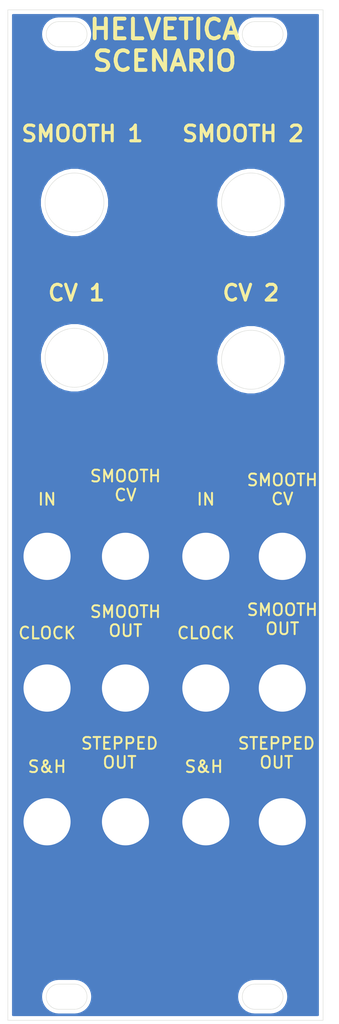
<source format=kicad_pcb>
(kicad_pcb (version 20171130) (host pcbnew "(5.1.5-0)")

  (general
    (thickness 1.6)
    (drawings 68)
    (tracks 0)
    (zones 0)
    (modules 13)
    (nets 2)
  )

  (page A4)
  (layers
    (0 F.Cu signal)
    (31 B.Cu signal)
    (32 B.Adhes user)
    (33 F.Adhes user)
    (34 B.Paste user)
    (35 F.Paste user)
    (36 B.SilkS user)
    (37 F.SilkS user)
    (38 B.Mask user)
    (39 F.Mask user)
    (40 Dwgs.User user)
    (41 Cmts.User user)
    (42 Eco1.User user)
    (43 Eco2.User user)
    (44 Edge.Cuts user)
    (45 Margin user)
    (46 B.CrtYd user)
    (47 F.CrtYd user)
    (48 B.Fab user)
    (49 F.Fab user)
  )

  (setup
    (last_trace_width 0.25)
    (trace_clearance 0.2)
    (zone_clearance 0.508)
    (zone_45_only no)
    (trace_min 0.2)
    (via_size 0.8)
    (via_drill 0.4)
    (via_min_size 0.4)
    (via_min_drill 0.3)
    (uvia_size 0.3)
    (uvia_drill 0.1)
    (uvias_allowed no)
    (uvia_min_size 0.2)
    (uvia_min_drill 0.1)
    (edge_width 0.05)
    (segment_width 0.2)
    (pcb_text_width 0.3)
    (pcb_text_size 1.5 1.5)
    (mod_edge_width 0.12)
    (mod_text_size 1 1)
    (mod_text_width 0.15)
    (pad_size 1.524 1.524)
    (pad_drill 0.762)
    (pad_to_mask_clearance 0.051)
    (solder_mask_min_width 0.25)
    (aux_axis_origin 0 0)
    (visible_elements FFFFFF7F)
    (pcbplotparams
      (layerselection 0x010fc_ffffffff)
      (usegerberextensions false)
      (usegerberattributes false)
      (usegerberadvancedattributes false)
      (creategerberjobfile false)
      (excludeedgelayer true)
      (linewidth 0.100000)
      (plotframeref false)
      (viasonmask false)
      (mode 1)
      (useauxorigin false)
      (hpglpennumber 1)
      (hpglpenspeed 20)
      (hpglpendiameter 15.000000)
      (psnegative false)
      (psa4output false)
      (plotreference true)
      (plotvalue true)
      (plotinvisibletext false)
      (padsonsilk false)
      (subtractmaskfromsilk false)
      (outputformat 1)
      (mirror false)
      (drillshape 0)
      (scaleselection 1)
      (outputdirectory "Gerbs/"))
  )

  (net 0 "")
  (net 1 GND)

  (net_class Default "This is the default net class."
    (clearance 0.2)
    (trace_width 0.25)
    (via_dia 0.8)
    (via_drill 0.4)
    (uvia_dia 0.3)
    (uvia_drill 0.1)
    (add_net GND)
  )

  (module "custom footprints:potleaf_small_copper" (layer F.Cu) (tedit 5FFE8352) (tstamp 5FFF5463)
    (at 20.25 373.75)
    (fp_text reference REF** (at -0.2032 2.6797) (layer F.SilkS) hide
      (effects (font (size 1 1) (thickness 0.15)))
    )
    (fp_text value potleaf_small_copper (at -0.0127 -7.5819) (layer F.Fab)
      (effects (font (size 1 1) (thickness 0.15)))
    )
    (fp_poly (pts (xy -3.4036 -3.9751) (xy -3.0861 -3.7338) (xy -2.52095 -3.4163) (xy -1.92405 -2.9845)
      (xy -1.5494 -2.6035) (xy -1.14935 -2.03835) (xy -0.55245 -0.85725) (xy -0.254 -0.2921)
      (xy -0.2413 -0.2794) (xy -0.5715 -0.254) (xy -0.6731 -0.3048) (xy -1.0287 -0.55245)
      (xy -1.4351 -0.92075) (xy -1.7653 -1.27) (xy -2.1209 -1.7018) (xy -2.4003 -2.1209)
      (xy -2.5908 -2.3749) (xy -2.8448 -2.8321) (xy -3.0988 -3.2004) (xy -3.3401 -3.6195)
      (xy -3.6195 -4.1783)) (layer F.Cu) (width 0.1))
    (fp_poly (pts (xy -1.997075 -0.796925) (xy -1.660525 -0.701675) (xy -1.397 -0.6096) (xy -0.6985 -0.2032)
      (xy -0.66802 -0.17526) (xy -0.6604 -0.1905) (xy -0.6604 -0.1778) (xy -0.66802 -0.17526)
      (xy -0.7493 -0.0127) (xy -0.3556 0.127) (xy -0.56515 0.1524) (xy -0.95885 0.1778)
      (xy -1.4351 0.1778) (xy -1.8796 0.1143) (xy -2.3622 0) (xy -2.7559 -0.1143)
      (xy -3.1623 -0.3429) (xy -3.4798 -0.5715) (xy -3.8862 -0.6985) (xy -3.2385 -0.7493)
      (xy -2.7051 -0.7874) (xy -2.24155 -0.79375)) (layer F.Cu) (width 0.1))
    (fp_poly (pts (xy -0.13335 0.2667) (xy -0.50165 0.6985) (xy -0.9398 0.97155) (xy -1.3208 1.11125)
      (xy -2.0701 1.27635) (xy -1.5875 0.7493) (xy -1.1938 0.4826) (xy -0.8255 0.2794)
      (xy -0.3556 0.2032) (xy -0.3302 0.2032)) (layer F.Cu) (width 0.1))
    (fp_poly (pts (xy 0 -0.2159) (xy -0.211138 -0.022225) (xy 0.007937 0.073025) (xy 0.758825 0.61595)
      (xy 0.57785 0.7112) (xy 0 0.254) (xy 0.0127 1.3462) (xy -0.1016 1.2065)
      (xy -0.10795 0.3175) (xy -0.0635 0.3175) (xy -0.4445 0.1016) (xy -0.73025 -0.0508)
      (xy -0.56515 -0.3302)) (layer F.Cu) (width 0.1))
    (fp_poly (pts (xy 0.64135 0.2413) (xy 1.1938 0.5207) (xy 1.520825 0.847725) (xy 1.655763 1.077913)
      (xy 1.887538 1.347788) (xy 1.58115 1.26365) (xy 1.32715 1.18745) (xy 1.14935 1.12395)
      (xy 0.7747 0.9906) (xy 0.415925 0.796925) (xy 0.155575 0.511175) (xy 0.03175 0.34925)
      (xy 0.09525 0.38735) (xy 0.06985 0.32385) (xy 0.13335 0.1524)) (layer F.Cu) (width 0.1))
    (fp_poly (pts (xy 3.0734 -0.762) (xy 3.5052 -0.7366) (xy 4.083207 -0.726057) (xy 3.4036 -0.5715)
      (xy 2.9718 -0.381) (xy 2.6289 -0.1651) (xy 2.2098 0) (xy 1.6764 0.0889)
      (xy 1.2319 0.1143) (xy 0.65405 0.09525) (xy 0.0762 0.0762) (xy 0.0127 0)
      (xy 0.2286 -0.0635) (xy 0.235585 -0.1143) (xy 0.551815 -0.2413) (xy 1.08585 -0.4699)
      (xy 1.6383 -0.6731) (xy 2.032 -0.7874) (xy 2.4765 -0.7874)) (layer F.Cu) (width 0.1))
    (fp_poly (pts (xy 3.0607 -3.4163) (xy 2.8194 -2.921) (xy 2.6162 -2.4638) (xy 2.35585 -1.9431)
      (xy 2.0828 -1.5875) (xy 1.77165 -1.17475) (xy 1.30175 -0.78105) (xy 0.8001 -0.4445)
      (xy -0.3048 0.1524) (xy -0.2794 -0.1778) (xy 0.0254 -0.2286) (xy 0.27305 -0.66675)
      (xy 0.48895 -1.1303) (xy 0.65405 -1.4605) (xy 0.8382 -1.7526) (xy 1.0033 -2.0701)
      (xy 1.2827 -2.4257) (xy 1.5621 -2.7432) (xy 1.8923 -3.0353) (xy 2.2352 -3.2639)
      (xy 2.6162 -3.5179) (xy 3.0099 -3.7846) (xy 3.5433 -4.1783)) (layer F.Cu) (width 0.1))
    (fp_poly (pts (xy 0.2159 -5.5499) (xy 0.3175 -5.0673) (xy 0.4318 -4.6101) (xy 0.51435 -4.2799)
      (xy 0.57785 -3.8989) (xy 0.6223 -3.3782) (xy 0.6223 -2.8448) (xy 0.5715 -2.2606)
      (xy 0.508 -1.7399) (xy 0.365125 -1.2446) (xy 0.066675 -0.2286) (xy -0.14605 -0.2794)
      (xy -0.381 -1.1938) (xy -0.554038 -2.0574) (xy -0.538163 -2.8448) (xy -0.485775 -3.5052)
      (xy -0.32385 -4.2799) (xy -0.0889 -5.0927) (xy 0.0381 -5.8674) (xy 0.1016 -6.3881)) (layer F.Cu) (width 0.1))
    (fp_poly (pts (xy 0.6604 0.24765) (xy 1.21285 0.52705) (xy 1.539875 0.854075) (xy 1.674813 1.084263)
      (xy 1.906588 1.354138) (xy 1.6002 1.27) (xy 1.3462 1.1938) (xy 1.1684 1.1303)
      (xy 0.79375 0.99695) (xy 0.434975 0.803275) (xy 0.174625 0.517525) (xy 0.0508 0.3556)
      (xy 0.1143 0.3937) (xy 0.0889 0.3302) (xy 0.1524 0.15875)) (layer F.Mask) (width 0.1))
    (fp_poly (pts (xy -0.13335 0.2667) (xy -0.50165 0.6985) (xy -0.9398 0.97155) (xy -1.3208 1.11125)
      (xy -2.0701 1.27635) (xy -1.5875 0.7493) (xy -1.1938 0.4826) (xy -0.8255 0.2794)
      (xy -0.3556 0.2032) (xy -0.3302 0.2032)) (layer F.Mask) (width 0.1))
    (fp_poly (pts (xy 3.0734 -0.762) (xy 3.5052 -0.7366) (xy 4.083207 -0.726057) (xy 3.4036 -0.5715)
      (xy 2.9718 -0.381) (xy 2.6289 -0.1651) (xy 2.2098 0) (xy 1.6764 0.0889)
      (xy 1.2319 0.1143) (xy 0.65405 0.09525) (xy 0.0762 0.0762) (xy 0.0127 0)
      (xy 0.2286 -0.0635) (xy 0.235585 -0.1143) (xy 0.551815 -0.2413) (xy 1.08585 -0.4699)
      (xy 1.6383 -0.6731) (xy 2.032 -0.7874) (xy 2.4765 -0.7874)) (layer F.Mask) (width 0.1))
    (fp_poly (pts (xy 3.0607 -3.4163) (xy 2.8194 -2.921) (xy 2.6162 -2.4638) (xy 2.35585 -1.9431)
      (xy 2.0828 -1.5875) (xy 1.77165 -1.17475) (xy 1.30175 -0.78105) (xy 0.8001 -0.4445)
      (xy -0.3048 0.1524) (xy -0.2794 -0.1778) (xy 0.0254 -0.2286) (xy 0.27305 -0.66675)
      (xy 0.48895 -1.1303) (xy 0.65405 -1.4605) (xy 0.8382 -1.7526) (xy 1.0033 -2.0701)
      (xy 1.2827 -2.4257) (xy 1.5621 -2.7432) (xy 1.8923 -3.0353) (xy 2.2352 -3.2639)
      (xy 2.6162 -3.5179) (xy 3.0099 -3.7846) (xy 3.5433 -4.1783)) (layer F.Mask) (width 0.1))
    (fp_poly (pts (xy 0.2159 -5.5499) (xy 0.3175 -5.0673) (xy 0.4318 -4.6101) (xy 0.51435 -4.2799)
      (xy 0.57785 -3.8989) (xy 0.6223 -3.3782) (xy 0.6223 -2.8448) (xy 0.5715 -2.2606)
      (xy 0.508 -1.7399) (xy 0.365125 -1.2446) (xy 0.066675 -0.2286) (xy -0.14605 -0.2794)
      (xy -0.381 -1.1938) (xy -0.554038 -2.0574) (xy -0.538163 -2.8448) (xy -0.485775 -3.5052)
      (xy -0.32385 -4.2799) (xy -0.0889 -5.0927) (xy 0.0381 -5.8674) (xy 0.1016 -6.3881)) (layer F.Mask) (width 0.1))
    (fp_poly (pts (xy -3.4036 -3.9751) (xy -3.0861 -3.7338) (xy -2.52095 -3.4163) (xy -1.92405 -2.9845)
      (xy -1.5494 -2.6035) (xy -1.14935 -2.03835) (xy -0.55245 -0.85725) (xy -0.254 -0.2921)
      (xy -0.2413 -0.2794) (xy -0.5715 -0.254) (xy -0.6731 -0.3048) (xy -1.0287 -0.55245)
      (xy -1.4351 -0.92075) (xy -1.7653 -1.27) (xy -2.1209 -1.7018) (xy -2.4003 -2.1209)
      (xy -2.5908 -2.3749) (xy -2.8448 -2.8321) (xy -3.0988 -3.2004) (xy -3.3401 -3.6195)
      (xy -3.6195 -4.1783)) (layer F.Mask) (width 0.1))
    (fp_poly (pts (xy -1.997075 -0.796925) (xy -1.660525 -0.701675) (xy -1.397 -0.6096) (xy -0.6985 -0.2032)
      (xy -0.66802 -0.17526) (xy -0.6604 -0.1905) (xy -0.6604 -0.1778) (xy -0.66802 -0.17526)
      (xy -0.7493 -0.0127) (xy -0.3556 0.127) (xy -0.56515 0.1524) (xy -0.95885 0.1778)
      (xy -1.4351 0.1778) (xy -1.8796 0.1143) (xy -2.3622 0) (xy -2.7559 -0.1143)
      (xy -3.1623 -0.3429) (xy -3.4798 -0.5715) (xy -3.8862 -0.6985) (xy -3.2385 -0.7493)
      (xy -2.7051 -0.7874) (xy -2.24155 -0.79375)) (layer F.Mask) (width 0.1))
    (fp_poly (pts (xy 0 -0.2159) (xy -0.211138 -0.022225) (xy 0.007937 0.073025) (xy 0.758825 0.61595)
      (xy 0.57785 0.7112) (xy 0 0.254) (xy 0.0127 1.3462) (xy -0.1016 1.2065)
      (xy -0.10795 0.3175) (xy -0.0635 0.3175) (xy -0.4445 0.1016) (xy -0.73025 -0.0508)
      (xy -0.56515 -0.3302)) (layer F.Mask) (width 0.1))
    (fp_line (start -0.520414 -1.903032) (end -0.513586 -1.836596) (layer F.Mask) (width 0.000002))
    (fp_arc (start -3.930539 -0.713682) (end -3.937255 -0.719526) (angle -33.85090818) (layer F.Mask) (width 0.000002))
    (fp_arc (start -3.930294 -0.713469) (end -3.93283 -0.722341) (angle -33.02354606) (layer F.Mask) (width 0.000002))
    (fp_arc (start -3.911527 -0.647807) (end -3.923728 -0.724359) (angle -6.894497836) (layer F.Mask) (width 0.000002))
    (fp_line (start -3.880824 -0.730072) (end -3.923728 -0.724359) (layer F.Mask) (width 0.000002))
    (fp_line (start -3.824618 -0.735421) (end -3.880824 -0.730072) (layer F.Mask) (width 0.000002))
    (fp_line (start -3.750477 -0.740941) (end -3.824618 -0.735421) (layer F.Mask) (width 0.000002))
    (fp_line (start -3.64919 -0.747227) (end -3.750477 -0.740941) (layer F.Mask) (width 0.000002))
    (fp_line (start -3.53575 -0.754465) (end -3.64919 -0.747227) (layer F.Mask) (width 0.000002))
    (fp_line (start -3.444841 -0.761671) (end -3.53575 -0.754465) (layer F.Mask) (width 0.000002))
    (fp_line (start -3.364054 -0.769858) (end -3.444841 -0.761671) (layer F.Mask) (width 0.000002))
    (fp_line (start -3.282478 -0.780033) (end -3.364054 -0.769858) (layer F.Mask) (width 0.000002))
    (fp_line (start -3.204412 -0.789237) (end -3.282478 -0.780033) (layer F.Mask) (width 0.000002))
    (fp_line (start -3.105452 -0.79819) (end -3.204412 -0.789237) (layer F.Mask) (width 0.000002))
    (fp_line (start -2.997269 -0.806051) (end -3.105452 -0.79819) (layer F.Mask) (width 0.000002))
    (fp_line (start -2.889978 -0.811961) (end -2.997269 -0.806051) (layer F.Mask) (width 0.000002))
    (fp_line (start -2.841107 -0.814217) (end -2.889978 -0.811961) (layer F.Mask) (width 0.000002))
    (fp_line (start -2.771916 -0.817408) (end -2.841107 -0.814217) (layer F.Mask) (width 0.000002))
    (fp_line (start -2.696254 -0.820896) (end -2.771916 -0.817408) (layer F.Mask) (width 0.000002))
    (fp_line (start -2.624978 -0.824179) (end -2.696254 -0.820896) (layer F.Mask) (width 0.000002))
    (fp_line (start -2.457108 -0.831157) (end -2.624978 -0.824179) (layer F.Mask) (width 0.000002))
    (fp_line (start -2.282247 -0.836948) (end -2.457108 -0.831157) (layer F.Mask) (width 0.000002))
    (fp_line (start -2.108676 -0.841931) (end -2.282247 -0.836948) (layer F.Mask) (width 0.000002))
    (fp_arc (start -2.108214 -0.825567) (end -2.099607 -0.839493) (angle -33.33682641) (layer F.Mask) (width 0.000002))
    (fp_arc (start -2.094902 -0.847105) (end -2.099607 -0.839493) (angle -23.95733018) (layer F.Mask) (width 0.000002))
    (fp_line (start -2.080612 -0.836225) (end -2.096111 -0.838238) (layer F.Mask) (width 0.000002))
    (fp_line (start -2.062229 -0.834181) (end -2.080612 -0.836225) (layer F.Mask) (width 0.000002))
    (fp_line (start -2.041285 -0.832287) (end -2.062229 -0.834181) (layer F.Mask) (width 0.000002))
    (fp_line (start -0.529946 -2.012519) (end -0.527351 -1.982876) (layer F.Mask) (width 0.000002))
    (fp_line (start 0.612378 0.147086) (end 0.657522 0.150622) (layer F.Mask) (width 0.000002))
    (fp_line (start 0.563537 0.143388) (end 0.612378 0.147086) (layer F.Mask) (width 0.000002))
    (fp_line (start 0.518194 0.140058) (end 0.563537 0.143388) (layer F.Mask) (width 0.000002))
    (fp_line (start 0.485022 0.137755) (end 0.518194 0.140058) (layer F.Mask) (width 0.000002))
    (fp_line (start 0.453615 0.135486) (end 0.485022 0.137755) (layer F.Mask) (width 0.000002))
    (fp_line (start 0.414584 0.132326) (end 0.453615 0.135486) (layer F.Mask) (width 0.000002))
    (fp_line (start 0.374606 0.128849) (end 0.414584 0.132326) (layer F.Mask) (width 0.000002))
    (fp_line (start 0.340022 0.125579) (end 0.374606 0.128849) (layer F.Mask) (width 0.000002))
    (fp_line (start 0.278512 0.120402) (end 0.340022 0.125579) (layer F.Mask) (width 0.000002))
    (fp_line (start 0.226901 0.118134) (end 0.278512 0.120402) (layer F.Mask) (width 0.000002))
    (fp_line (start -1.168636 -2.119335) (end -1.297416 -2.326949) (layer F.Mask) (width 0.000002))
    (fp_line (start -1.039877 -1.889723) (end -1.168636 -2.119335) (layer F.Mask) (width 0.000002))
    (fp_line (start 0.263811 0.144985) (end 0.225611 0.137712) (layer F.Mask) (width 0.000002))
    (fp_line (start 0.30182 0.151668) (end 0.263811 0.144985) (layer F.Mask) (width 0.000002))
    (fp_line (start 0.327522 0.155429) (end 0.30182 0.151668) (layer F.Mask) (width 0.000002))
    (fp_arc (start 0.23095 0.933381) (end 0.41585 0.171576) (angle -6.566361639) (layer F.Mask) (width 0.000002))
    (fp_line (start 0.542223 0.20486) (end 0.41585 0.171576) (layer F.Mask) (width 0.000002))
    (fp_line (start 0.68155 0.247366) (end 0.542223 0.20486) (layer F.Mask) (width 0.000002))
    (fp_line (start 0.815022 0.294009) (end 0.68155 0.247366) (layer F.Mask) (width 0.000002))
    (fp_line (start 0.858649 0.311046) (end 0.815022 0.294009) (layer F.Mask) (width 0.000002))
    (fp_line (start 0.904637 0.330487) (end 0.858649 0.311046) (layer F.Mask) (width 0.000002))
    (fp_line (start 0.952079 0.35193) (end 0.904637 0.330487) (layer F.Mask) (width 0.000002))
    (fp_line (start 1.000085 0.374987) (end 0.952079 0.35193) (layer F.Mask) (width 0.000002))
    (fp_arc (start 0.36098 1.668146) (end 1.152408 0.462179) (angle -6.975783365) (layer F.Mask) (width 0.000002))
    (fp_line (start -0.399919 -1.15274) (end -0.397902 -1.142472) (layer F.Mask) (width 0.000002))
    (fp_arc (start 2.617018 -2.484701) (end 2.619743 -2.483438) (angle -24.86823066) (layer F.Mask) (width 0.000002))
    (fp_line (start 2.611209 -2.465048) (end 2.619743 -2.483438) (layer F.Mask) (width 0.000002))
    (fp_line (start 2.601523 -2.444368) (end 2.611209 -2.465048) (layer F.Mask) (width 0.000002))
    (fp_line (start 2.590022 -2.42013) (end 2.601523 -2.444368) (layer F.Mask) (width 0.000002))
    (fp_line (start 2.578521 -2.395854) (end 2.590022 -2.42013) (layer F.Mask) (width 0.000002))
    (fp_line (start 2.568834 -2.375049) (end 2.578521 -2.395854) (layer F.Mask) (width 0.000002))
    (fp_line (start 2.560385 -2.356671) (end 2.568834 -2.375049) (layer F.Mask) (width 0.000002))
    (fp_arc (start 2.564016 -2.355005) (end 2.560385 -2.356671) (angle -24.6439765) (layer F.Mask) (width 0.000002))
    (fp_arc (start 2.552181 -2.355005) (end 2.559292 -2.351703) (angle -24.90854605) (layer F.Mask) (width 0.000002))
    (fp_line (start 2.520677 -2.268579) (end 2.559292 -2.351703) (layer F.Mask) (width 0.000002))
    (fp_line (start 2.477758 -2.176661) (end 2.520677 -2.268579) (layer F.Mask) (width 0.000002))
    (fp_line (start 2.427442 -2.069723) (end 2.477758 -2.176661) (layer F.Mask) (width 0.000002))
    (fp_line (start 2.404537 -2.021826) (end 2.427442 -2.069723) (layer F.Mask) (width 0.000002))
    (fp_line (start 2.376801 -1.96502) (end 2.404537 -2.021826) (layer F.Mask) (width 0.000002))
    (fp_line (start 2.34773 -1.906002) (end 2.376801 -1.96502) (layer F.Mask) (width 0.000002))
    (fp_arc (start 2.33493 -1.912314) (end 2.345022 -1.902223) (angle -18.75265696) (layer F.Mask) (width 0.000002))
    (fp_arc (start 2.351739 -1.895505) (end 2.345022 -1.902223) (angle -14.08958954) (layer F.Mask) (width 0.000002))
    (fp_line (start 2.340177 -1.894582) (end 2.343588 -1.900385) (layer F.Mask) (width 0.000002))
    (fp_line (start 2.336238 -1.887565) (end 2.340177 -1.894582) (layer F.Mask) (width 0.000002))
    (fp_line (start 2.332041 -1.879723) (end 2.336238 -1.887565) (layer F.Mask) (width 0.000002))
    (fp_line (start 2.323008 -1.862884) (end 2.332041 -1.879723) (layer F.Mask) (width 0.000002))
    (fp_line (start 2.312309 -1.843691) (end 2.323008 -1.862884) (layer F.Mask) (width 0.000002))
    (fp_line (start 2.301117 -1.824201) (end 2.312309 -1.843691) (layer F.Mask) (width 0.000002))
    (fp_line (start 2.290563 -1.806424) (end 2.301117 -1.824201) (layer F.Mask) (width 0.000002))
    (fp_line (start 2.286359 -1.799399) (end 2.290563 -1.806424) (layer F.Mask) (width 0.000002))
    (fp_line (start 2.279895 -1.788454) (end 2.286359 -1.799399) (layer F.Mask) (width 0.000002))
    (fp_line (start 2.27263 -1.776079) (end 2.279895 -1.788454) (layer F.Mask) (width 0.000002))
    (fp_line (start 2.265538 -1.763924) (end 2.27263 -1.776079) (layer F.Mask) (width 0.000002))
    (fp_arc (start 0.671422 -2.691036) (end 2.176513 -1.625463) (angle -5.11612147) (layer F.Mask) (width 0.000002))
    (fp_line (start 2.060765 -1.471284) (end 2.176513 -1.625463) (layer F.Mask) (width 0.000002))
    (fp_line (start 1.929379 -1.314885) (end 2.060765 -1.471284) (layer F.Mask) (width 0.000002))
    (fp_line (start 1.792561 -1.169233) (end 1.929379 -1.314885) (layer F.Mask) (width 0.000002))
    (fp_arc (start -1.200185 -4.146252) (end 1.512462 -0.911949) (angle -5.163996652) (layer F.Mask) (width 0.000002))
    (fp_line (start 1.202444 -0.673055) (end 1.512462 -0.911949) (layer F.Mask) (width 0.000002))
    (fp_line (start 0.84653 -0.441132) (end 1.202444 -0.673055) (layer F.Mask) (width 0.000002))
    (fp_line (start 0.427522 -0.204616) (end 0.84653 -0.441132) (layer F.Mask) (width 0.000002))
    (fp_line (start 0.40721 -0.193794) (end 0.427522 -0.204616) (layer F.Mask) (width 0.000002))
    (fp_line (start 0.383256 -0.180951) (end 0.40721 -0.193794) (layer F.Mask) (width 0.000002))
    (fp_line (start 0.359541 -0.168175) (end 0.383256 -0.180951) (layer F.Mask) (width 0.000002))
    (fp_line (start 0.340022 -0.157589) (end 0.359541 -0.168175) (layer F.Mask) (width 0.000002))
    (fp_line (start 0.322766 -0.148231) (end 0.340022 -0.157589) (layer F.Mask) (width 0.000002))
    (fp_line (start 0.306062 -0.139251) (end 0.322766 -0.148231) (layer F.Mask) (width 0.000002))
    (fp_line (start 0.291782 -0.131641) (end 0.306062 -0.139251) (layer F.Mask) (width 0.000002))
    (fp_line (start 0.284097 -0.127663) (end 0.291782 -0.131641) (layer F.Mask) (width 0.000002))
    (fp_arc (start 0.341016 -0.014986) (end 0.284097 -0.127663) (angle -8.622610983) (layer F.Mask) (width 0.000002))
    (fp_arc (start 0.376544 0.034965) (end 0.267847 -0.117855) (angle -6.409496987) (layer F.Mask) (width 0.000002))
    (fp_arc (start 0.38397 0.04326) (end 0.251467 -0.104766) (angle -5.405656274) (layer F.Mask) (width 0.000002))
    (fp_arc (start 0.246645 -0.083733) (end 0.238111 -0.091625) (angle -42.76172539) (layer F.Mask) (width 0.000002))
    (fp_arc (start 0.24272 -0.083733) (end 0.235022 -0.083733) (angle -27.15666233) (layer F.Mask) (width 0.000002))
    (fp_arc (start 0.239402 -0.082031) (end 0.23587 -0.08022) (angle -44.53588418) (layer F.Mask) (width 0.000002))
    (fp_arc (start 0.241353 -0.087929) (end 0.238155 -0.078263) (angle -24.19419325) (layer F.Mask) (width 0.000002))
    (fp_arc (start 0.234457 -0.154816) (end 0.242398 -0.077801) (angle -5.423293526) (layer F.Mask) (width 0.000002))
    (fp_arc (start 0.231204 -0.171082) (end 0.249641 -0.078896) (angle -11.83022724) (layer F.Mask) (width 0.000002))
    (fp_line (start 0.328992 -0.110977) (end 0.268149 -0.084634) (layer F.Mask) (width 0.000002))
    (fp_line (start 0.396972 -0.141472) (end 0.328992 -0.110977) (layer F.Mask) (width 0.000002))
    (fp_line (start 0.465022 -0.173357) (end 0.396972 -0.141472) (layer F.Mask) (width 0.000002))
    (fp_line (start 0.488044 -0.184344) (end 0.465022 -0.173357) (layer F.Mask) (width 0.000002))
    (fp_line (start 0.51385 -0.1966) (end 0.488044 -0.184344) (layer F.Mask) (width 0.000002))
    (fp_line (start 0.538478 -0.20825) (end 0.51385 -0.1966) (layer F.Mask) (width 0.000002))
    (fp_line (start 0.557522 -0.217202) (end 0.538478 -0.20825) (layer F.Mask) (width 0.000002))
    (fp_line (start 0.577497 -0.226607) (end 0.557522 -0.217202) (layer F.Mask) (width 0.000002))
    (fp_line (start 0.6056 -0.239946) (end 0.577497 -0.226607) (layer F.Mask) (width 0.000002))
    (fp_line (start 0.636247 -0.254556) (end 0.6056 -0.239946) (layer F.Mask) (width 0.000002))
    (fp_line (start 0.665022 -0.268339) (end 0.636247 -0.254556) (layer F.Mask) (width 0.000002))
    (fp_line (start 0.719936 -0.294639) (end 0.665022 -0.268339) (layer F.Mask) (width 0.000002))
    (fp_line (start 0.761702 -0.314465) (end 0.719936 -0.294639) (layer F.Mask) (width 0.000002))
    (fp_line (start 0.796707 -0.330852) (end 0.761702 -0.314465) (layer F.Mask) (width 0.000002))
    (fp_line (start 0.830022 -0.346184) (end 0.796707 -0.330852) (layer F.Mask) (width 0.000002))
    (fp_line (start 0.865354 -0.362426) (end 0.830022 -0.346184) (layer F.Mask) (width 0.000002))
    (fp_line (start 0.931774 -0.393251) (end 0.865354 -0.362426) (layer F.Mask) (width 0.000002))
    (fp_line (start 0.999694 -0.424868) (end 0.931774 -0.393251) (layer F.Mask) (width 0.000002))
    (fp_line (start 1.047522 -0.447267) (end 0.999694 -0.424868) (layer F.Mask) (width 0.000002))
    (fp_line (start 1.194502 -0.515343) (end 1.047522 -0.447267) (layer F.Mask) (width 0.000002))
    (fp_line (start 1.345333 -0.583097) (end 1.194502 -0.515343) (layer F.Mask) (width 0.000002))
    (fp_line (start 1.483653 -0.643342) (end 1.345333 -0.583097) (layer F.Mask) (width 0.000002))
    (fp_line (start 1.590022 -0.68732) (end 1.483653 -0.643342) (layer F.Mask) (width 0.000002))
    (fp_line (start 1.643337 -0.708389) (end 1.590022 -0.68732) (layer F.Mask) (width 0.000002))
    (fp_line (start 1.678135 -0.721641) (end 1.643337 -0.708389) (layer F.Mask) (width 0.000002))
    (fp_line (start 1.707932 -0.732231) (end 1.678135 -0.721641) (layer F.Mask) (width 0.000002))
    (fp_line (start 1.742522 -0.743711) (end 1.707932 -0.732231) (layer F.Mask) (width 0.000002))
    (fp_line (start 1.80162 -0.761533) (end 1.742522 -0.743711) (layer F.Mask) (width 0.000002))
    (fp_line (start 1.863071 -0.777616) (end 1.80162 -0.761533) (layer F.Mask) (width 0.000002))
    (fp_line (start 1.924574 -0.791403) (end 1.863071 -0.777616) (layer F.Mask) (width 0.000002))
    (fp_line (start 1.983822 -0.802331) (end 1.924574 -0.791403) (layer F.Mask) (width 0.000002))
    (fp_line (start 2.025789 -0.808218) (end 1.983822 -0.802331) (layer F.Mask) (width 0.000002))
    (fp_line (start 2.061324 -0.811025) (end 2.025789 -0.808218) (layer F.Mask) (width 0.000002))
    (fp_line (start 2.105896 -0.811739) (end 2.061324 -0.811025) (layer F.Mask) (width 0.000002))
    (fp_line (start 2.186322 -0.81063) (end 2.105896 -0.811739) (layer F.Mask) (width 0.000002))
    (fp_line (start 2.243234 -0.809265) (end 2.186322 -0.81063) (layer F.Mask) (width 0.000002))
    (fp_line (start 2.301607 -0.807263) (end 2.243234 -0.809265) (layer F.Mask) (width 0.000002))
    (fp_line (start 2.353546 -0.804968) (end 2.301607 -0.807263) (layer F.Mask) (width 0.000002))
    (fp_line (start 2.387522 -0.802733) (end 2.353546 -0.804968) (layer F.Mask) (width 0.000002))
    (fp_line (start 2.418287 -0.800298) (end 2.387522 -0.802733) (layer F.Mask) (width 0.000002))
    (fp_line (start 2.457662 -0.797373) (end 2.418287 -0.800298) (layer F.Mask) (width 0.000002))
    (fp_line (start 2.498691 -0.794455) (end 2.457662 -0.797373) (layer F.Mask) (width 0.000002))
    (fp_line (start 2.535022 -0.79201) (end 2.498691 -0.794455) (layer F.Mask) (width 0.000002))
    (fp_line (start 2.572057 -0.789582) (end 2.535022 -0.79201) (layer F.Mask) (width 0.000002))
    (fp_line (start 2.615318 -0.786707) (end 2.572057 -0.789582) (layer F.Mask) (width 0.000002))
    (fp_line (start 2.657867 -0.78385) (end 2.615318 -0.786707) (layer F.Mask) (width 0.000002))
    (fp_line (start 2.692522 -0.78149) (end 2.657867 -0.78385) (layer F.Mask) (width 0.000002))
    (fp_line (start 2.745145 -0.77932) (end 2.692522 -0.78149) (layer F.Mask) (width 0.000002))
    (fp_line (start 2.937897 -0.77687) (end 2.745145 -0.77932) (layer F.Mask) (width 0.000002))
    (fp_line (start 3.166132 -0.774654) (end 2.937897 -0.77687) (layer F.Mask) (width 0.000002))
    (fp_line (start 3.422522 -0.773003) (end 3.166132 -0.774654) (layer F.Mask) (width 0.000002))
    (fp_line (start 3.760194 -0.771026) (end 3.422522 -0.773003) (layer F.Mask) (width 0.000002))
    (fp_line (start 3.946598 -0.769047) (end 3.760194 -0.771026) (layer F.Mask) (width 0.000002))
    (fp_line (start 4.075267 -0.766972) (end 3.946598 -0.769047) (layer F.Mask) (width 0.000002))
    (fp_arc (start 4.074767 -0.738654) (end 4.088772 -0.763271) (angle -28.62507096) (layer F.Mask) (width 0.000002))
    (fp_arc (start 4.075727 -0.740343) (end 4.097766 -0.75484) (angle -27.02694093) (layer F.Mask) (width 0.000002))
    (fp_arc (start 4.085485 -0.746761) (end 4.100023 -0.744588) (angle -41.83999439) (layer F.Mask) (width 0.000002))
    (fp_arc (start 4.081803 -0.747312) (end 4.094871 -0.734326) (angle -36.31462598) (layer F.Mask) (width 0.000002))
    (fp_arc (start 4.065208 -0.763801) (end 4.083207 -0.726057) (angle -19.68685136) (layer F.Mask) (width 0.000002))
    (fp_arc (start 4.019585 -0.859474) (end 4.065174 -0.718869) (angle -7.530537781) (layer F.Mask) (width 0.000002))
    (fp_line (start 4.000776 -0.698195) (end 4.065174 -0.718869) (layer F.Mask) (width 0.000002))
    (fp_line (start 3.938093 -0.678608) (end 4.000776 -0.698195) (layer F.Mask) (width 0.000002))
    (fp_line (start 3.902522 -0.668623) (end 3.938093 -0.678608) (layer F.Mask) (width 0.000002))
    (fp_line (start 3.773171 -0.631831) (end 3.902522 -0.668623) (layer F.Mask) (width 0.000002))
    (fp_line (start 3.598786 -0.574797) (end 3.773171 -0.631831) (layer F.Mask) (width 0.000002))
    (fp_line (start 3.419767 -0.511749) (end 3.598786 -0.574797) (layer F.Mask) (width 0.000002))
    (fp_line (start 3.272522 -0.454726) (end 3.419767 -0.511749) (layer F.Mask) (width 0.000002))
    (fp_line (start 3.149199 -0.401922) (end 3.272522 -0.454726) (layer F.Mask) (width 0.000002))
    (fp_line (start 3.003927 -0.335409) (end 3.149199 -0.401922) (layer F.Mask) (width 0.000002))
    (fp_line (start 2.8626 -0.26751) (end 3.003927 -0.335409) (layer F.Mask) (width 0.000002))
    (fp_line (start 2.752522 -0.210801) (end 2.8626 -0.26751) (layer F.Mask) (width 0.000002))
    (fp_line (start 2.618504 -0.139567) (end 2.752522 -0.210801) (layer F.Mask) (width 0.000002))
    (fp_line (start 2.53344 -0.097304) (end 2.618504 -0.139567) (layer F.Mask) (width 0.000002))
    (fp_line (start 2.458987 -0.064869) (end 2.53344 -0.097304) (layer F.Mask) (width 0.000002))
    (fp_line (start 2.367522 -0.029822) (end 2.458987 -0.064869) (layer F.Mask) (width 0.000002))
    (fp_line (start 2.292423 -0.002693) (end 2.367522 -0.029822) (layer F.Mask) (width 0.000002))
    (fp_line (start 2.252851 0.010723) (end 2.292423 -0.002693) (layer F.Mask) (width 0.000002))
    (fp_line (start 2.2134 0.022598) (end 2.252851 0.010723) (layer F.Mask) (width 0.000002))
    (fp_line (start 2.140022 0.043034) (end 2.2134 0.022598) (layer F.Mask) (width 0.000002))
    (fp_line (start 2.020804 0.072545) (end 2.140022 0.043034) (layer F.Mask) (width 0.000002))
    (fp_line (start 1.88362 0.100279) (end 2.020804 0.072545) (layer F.Mask) (width 0.000002))
    (fp_line (start 1.745884 0.123156) (end 1.88362 0.100279) (layer F.Mask) (width 0.000002))
    (fp_line (start 1.625022 0.137838) (end 1.745884 0.123156) (layer F.Mask) (width 0.000002))
    (fp_line (start 1.601013 0.140138) (end 1.625022 0.137838) (layer F.Mask) (width 0.000002))
    (fp_line (start 1.566506 0.143487) (end 1.601013 0.140138) (layer F.Mask) (width 0.000002))
    (fp_line (start 1.528547 0.147195) (end 1.566506 0.143487) (layer F.Mask) (width 0.000002))
    (fp_line (start 1.492522 0.150739) (end 1.528547 0.147195) (layer F.Mask) (width 0.000002))
    (fp_line (start 1.358935 0.158145) (end 1.492522 0.150739) (layer F.Mask) (width 0.000002))
    (fp_line (start 1.08619 0.159806) (end 1.358935 0.158145) (layer F.Mask) (width 0.000002))
    (fp_line (start 0.81307 0.157895) (end 1.08619 0.159806) (layer F.Mask) (width 0.000002))
    (fp_line (start 0.657522 0.150622) (end 0.81307 0.157895) (layer F.Mask) (width 0.000002))
    (fp_line (start 0.1847 0.117876) (end 0.226901 0.118134) (layer F.Mask) (width 0.000002))
    (fp_arc (start 0.18473 0.122585) (end 0.1847 0.117876) (angle -89.6287458) (layer F.Mask) (width 0.000002))
    (fp_arc (start 0.182611 0.122585) (end 0.180022 0.122585) (angle -55.50086928) (layer F.Mask) (width 0.000002))
    (fp_arc (start 0.201348 0.095322) (end 0.181144 0.124719) (angle -8.173786249) (layer F.Mask) (width 0.000002))
    (fp_line (start -0.889364 -1.611845) (end -0.905659 -1.641938) (layer F.Mask) (width 0.000002))
    (fp_line (start -0.878779 -1.592223) (end -0.889364 -1.611845) (layer F.Mask) (width 0.000002))
    (fp_line (start 0.511249 -1.216774) (end 0.464982 -1.119723) (layer F.Mask) (width 0.000002))
    (fp_line (start 0.596807 -1.387672) (end 0.511249 -1.216774) (layer F.Mask) (width 0.000002))
    (fp_line (start 0.683548 -1.558364) (end 0.596807 -1.387672) (layer F.Mask) (width 0.000002))
    (fp_line (start 0.724269 -1.633473) (end 0.683548 -1.558364) (layer F.Mask) (width 0.000002))
    (fp_line (start 0.738678 -1.658634) (end 0.724269 -1.633473) (layer F.Mask) (width 0.000002))
    (fp_line (start 0.749929 -1.678364) (end 0.738678 -1.658634) (layer F.Mask) (width 0.000002))
    (fp_line (start 0.759609 -1.695445) (end 0.749929 -1.678364) (layer F.Mask) (width 0.000002))
    (fp_line (start 0.769048 -1.712223) (end 0.759609 -1.695445) (layer F.Mask) (width 0.000002))
    (fp_line (start 0.775983 -1.724376) (end 0.769048 -1.712223) (layer F.Mask) (width 0.000002))
    (fp_line (start 0.78759 -1.744269) (end 0.775983 -1.724376) (layer F.Mask) (width 0.000002))
    (fp_line (start 0.800976 -1.767015) (end 0.78759 -1.744269) (layer F.Mask) (width 0.000002))
    (fp_line (start 0.814458 -1.789723) (end 0.800976 -1.767015) (layer F.Mask) (width 0.000002))
    (fp_line (start 0.827575 -1.811732) (end 0.814458 -1.789723) (layer F.Mask) (width 0.000002))
    (fp_line (start 0.839864 -1.832376) (end 0.827575 -1.811732) (layer F.Mask) (width 0.000002))
    (fp_line (start 0.850197 -1.849757) (end 0.839864 -1.832376) (layer F.Mask) (width 0.000002))
    (fp_line (start 0.854889 -1.857693) (end 0.850197 -1.849757) (layer F.Mask) (width 0.000002))
    (fp_line (start 0.899259 -1.929767) (end 0.854889 -1.857693) (layer F.Mask) (width 0.000002))
    (fp_line (start 0.962393 -2.026163) (end 0.899259 -1.929767) (layer F.Mask) (width 0.000002))
    (fp_line (start 1.029939 -2.125729) (end 0.962393 -2.026163) (layer F.Mask) (width 0.000002))
    (fp_line (start 1.089543 -2.209723) (end 1.029939 -2.125729) (layer F.Mask) (width 0.000002))
    (fp_line (start 1.146819 -2.286359) (end 1.089543 -2.209723) (layer F.Mask) (width 0.000002))
    (fp_line (start 1.217177 -2.376939) (end 1.146819 -2.286359) (layer F.Mask) (width 0.000002))
    (fp_line (start 1.284639 -2.461458) (end 1.217177 -2.376939) (layer F.Mask) (width 0.000002))
    (fp_line (start 1.327847 -2.512223) (end 1.284639 -2.461458) (layer F.Mask) (width 0.000002))
    (fp_line (start 2.635064 -2.518111) (end 2.644416 -2.538042) (layer F.Mask) (width 0.000002))
    (fp_line (start 2.627187 -2.501055) (end 2.635064 -2.518111) (layer F.Mask) (width 0.000002))
    (fp_line (start 2.620294 -2.485956) (end 2.627187 -2.501055) (layer F.Mask) (width 0.000002))
    (fp_arc (start 2.623048 -2.484701) (end 2.620294 -2.485956) (angle -24.50101803) (layer F.Mask) (width 0.000002))
    (fp_line (start -0.924015 -1.675778) (end -0.941963 -1.708806) (layer F.Mask) (width 0.000002))
    (fp_line (start -0.905659 -1.641938) (end -0.924015 -1.675778) (layer F.Mask) (width 0.000002))
    (fp_arc (start 1.902322 1.386851) (end 1.912962 1.390934) (angle -42.79890209) (layer F.Mask) (width 0.000002))
    (fp_arc (start 1.907674 1.388905) (end 1.910571 1.393771) (angle -38.23970561) (layer F.Mask) (width 0.000002))
    (fp_arc (start 1.899243 1.374743) (end 1.905675 1.395933) (angle -13.88249364) (layer F.Mask) (width 0.000002))
    (fp_arc (start 1.894853 1.360279) (end 1.898837 1.397326) (angle -10.74561992) (layer F.Mask) (width 0.000002))
    (fp_arc (start 1.890414 1.319003) (end 1.890414 1.397777) (angle -6.138576527) (layer F.Mask) (width 0.000002))
    (fp_line (start 0.393609 -0.958622) (end 0.385721 -0.939723) (layer F.Mask) (width 0.000002))
    (fp_line (start 0.420843 -1.020616) (end 0.393609 -0.958622) (layer F.Mask) (width 0.000002))
    (fp_line (start 0.44772 -1.081406) (end 0.420843 -1.020616) (layer F.Mask) (width 0.000002))
    (fp_line (start 0.464982 -1.119723) (end 0.44772 -1.081406) (layer F.Mask) (width 0.000002))
    (fp_arc (start 1.890414 1.287041) (end 1.875921 1.396825) (angle -7.520235656) (layer F.Mask) (width 0.000002))
    (fp_arc (start 1.885892 1.321291) (end 1.863016 1.393965) (angle -9.952661991) (layer F.Mask) (width 0.000002))
    (fp_arc (start 1.916591 1.223768) (end 1.846281 1.387761) (angle -5.733652653) (layer F.Mask) (width 0.000002))
    (fp_line (start 1.815022 1.374046) (end 1.846281 1.387761) (layer F.Mask) (width 0.000002))
    (fp_line (start 1.751838 1.347762) (end 1.815022 1.374046) (layer F.Mask) (width 0.000002))
    (fp_line (start 1.685736 1.324319) (end 1.751838 1.347762) (layer F.Mask) (width 0.000002))
    (fp_line (start 1.61412 1.302862) (end 1.685736 1.324319) (layer F.Mask) (width 0.000002))
    (fp_line (start 1.534294 1.282548) (end 1.61412 1.302862) (layer F.Mask) (width 0.000002))
    (fp_line (start 1.397606 1.249292) (end 1.534294 1.282548) (layer F.Mask) (width 0.000002))
    (fp_line (start -0.869872 -1.575677) (end -0.878779 -1.592223) (layer F.Mask) (width 0.000002))
    (fp_line (start -0.859765 -1.556926) (end -0.869872 -1.575677) (layer F.Mask) (width 0.000002))
    (fp_line (start 0.253305 -0.613757) (end 0.24449 -0.593339) (layer F.Mask) (width 0.000002))
    (fp_line (start 0.263179 -0.637622) (end 0.253305 -0.613757) (layer F.Mask) (width 0.000002))
    (fp_line (start 0.274497 -0.665849) (end 0.263179 -0.637622) (layer F.Mask) (width 0.000002))
    (fp_line (start 0.287768 -0.699723) (end 0.274497 -0.665849) (layer F.Mask) (width 0.000002))
    (fp_line (start 0.293655 -0.714676) (end 0.287768 -0.699723) (layer F.Mask) (width 0.000002))
    (fp_line (start 0.300109 -0.730667) (end 0.293655 -0.714676) (layer F.Mask) (width 0.000002))
    (fp_line (start 0.306173 -0.745373) (end 0.300109 -0.730667) (layer F.Mask) (width 0.000002))
    (fp_arc (start 0.409202 1.594665) (end 1.290509 0.565987) (angle -7.312584183) (layer F.Mask) (width 0.000002))
    (fp_arc (start 0.482062 1.509619) (end 1.408604 0.681641) (angle -7.62737626) (layer F.Mask) (width 0.000002))
    (fp_arc (start 0.71699 1.299683) (end 1.501099 0.804225) (angle -9.496950872) (layer F.Mask) (width 0.000002))
    (fp_line (start 1.593113 0.947827) (end 1.501099 0.804225) (layer F.Mask) (width 0.000002))
    (fp_line (start 1.658325 1.044131) (end 1.593113 0.947827) (layer F.Mask) (width 0.000002))
    (fp_line (start 1.719278 1.126381) (end 1.658325 1.044131) (layer F.Mask) (width 0.000002))
    (fp_line (start 1.79438 1.220045) (end 1.719278 1.126381) (layer F.Mask) (width 0.000002))
    (fp_line (start 1.837947 1.272822) (end 1.79438 1.220045) (layer F.Mask) (width 0.000002))
    (fp_line (start 1.851771 1.289809) (end 1.837947 1.272822) (layer F.Mask) (width 0.000002))
    (fp_line (start 1.862079 1.303035) (end 1.851771 1.289809) (layer F.Mask) (width 0.000002))
    (fp_line (start -0.365502 -4.229723) (end -0.379364 -4.179731) (layer F.Mask) (width 0.000002))
    (fp_line (start 0.310691 -0.755918) (end 0.306173 -0.745373) (layer F.Mask) (width 0.000002))
    (fp_line (start 0.314264 -0.764394) (end 0.310691 -0.755918) (layer F.Mask) (width 0.000002))
    (fp_line (start 0.317281 -0.772333) (end 0.314264 -0.764394) (layer F.Mask) (width 0.000002))
    (fp_line (start 0.319553 -0.779041) (end 0.317281 -0.772333) (layer F.Mask) (width 0.000002))
    (fp_arc (start 0.310216 -0.782034) (end 0.319553 -0.779041) (angle -17.77341578) (layer F.Mask) (width 0.000002))
    (fp_arc (start 0.329621 -0.782034) (end 0.320501 -0.785032) (angle -18.19343257) (layer F.Mask) (width 0.000002))
    (fp_line (start 0.322848 -0.791791) (end 0.320501 -0.785032) (layer F.Mask) (width 0.000002))
    (fp_line (start 0.325958 -0.79979) (end 0.322848 -0.791791) (layer F.Mask) (width 0.000002))
    (fp_line (start 0.329642 -0.808339) (end 0.325958 -0.79979) (layer F.Mask) (width 0.000002))
    (fp_line (start 0.343866 -0.840216) (end 0.329642 -0.808339) (layer F.Mask) (width 0.000002))
    (fp_line (start 0.352969 -0.861368) (end 0.343866 -0.840216) (layer F.Mask) (width 0.000002))
    (fp_line (start 0.359166 -0.876509) (end 0.352969 -0.861368) (layer F.Mask) (width 0.000002))
    (fp_arc (start 0.348258 -0.880875) (end 0.359166 -0.876509) (angle -22.02337783) (layer F.Mask) (width 0.000002))
    (fp_arc (start 0.366745 -0.880943) (end 0.360459 -0.883368) (angle -21.31038334) (layer F.Mask) (width 0.000002))
    (fp_line (start 0.363194 -0.890214) (end 0.360459 -0.883368) (layer F.Mask) (width 0.000002))
    (fp_line (start 0.366707 -0.898327) (end 0.363194 -0.890214) (layer F.Mask) (width 0.000002))
    (fp_line (start 0.370874 -0.907223) (end 0.366707 -0.898327) (layer F.Mask) (width 0.000002))
    (fp_line (start 0.37533 -0.91657) (end 0.370874 -0.907223) (layer F.Mask) (width 0.000002))
    (fp_line (start 0.379723 -0.926051) (end 0.37533 -0.91657) (layer F.Mask) (width 0.000002))
    (fp_line (start 0.383495 -0.934423) (end 0.379723 -0.926051) (layer F.Mask) (width 0.000002))
    (fp_line (start 0.385721 -0.939723) (end 0.383495 -0.934423) (layer F.Mask) (width 0.000002))
    (fp_line (start 1.877281 1.323316) (end 1.862079 1.303035) (layer F.Mask) (width 0.000002))
    (fp_line (start 1.893683 1.346689) (end 1.877281 1.323316) (layer F.Mask) (width 0.000002))
    (fp_arc (start 1.698701 1.475803) (end 1.905528 1.366666) (angle -5.692425321) (layer F.Mask) (width 0.000002))
    (fp_arc (start 1.757385 1.444836) (end 1.912903 1.382618) (angle -6.014217556) (layer F.Mask) (width 0.000002))
    (fp_line (start 1.337272 -2.522808) (end 1.327847 -2.512223) (layer F.Mask) (width 0.000002))
    (fp_line (start 1.357031 -2.545144) (end 1.337272 -2.522808) (layer F.Mask) (width 0.000002))
    (fp_line (start 1.38043 -2.571639) (end 1.357031 -2.545144) (layer F.Mask) (width 0.000002))
    (fp_line (start 1.405193 -2.599723) (end 1.38043 -2.571639) (layer F.Mask) (width 0.000002))
    (fp_line (start 1.513704 -2.716696) (end 1.405193 -2.599723) (layer F.Mask) (width 0.000002))
    (fp_line (start 1.646053 -2.847921) (end 1.513704 -2.716696) (layer F.Mask) (width 0.000002))
    (fp_line (start 1.777297 -2.969915) (end 1.646053 -2.847921) (layer F.Mask) (width 0.000002))
    (fp_line (start 1.88025 -3.05578) (end 1.777297 -2.969915) (layer F.Mask) (width 0.000002))
    (fp_line (start 1.967428 -3.121273) (end 1.88025 -3.05578) (layer F.Mask) (width 0.000002))
    (fp_line (start 2.046415 -3.176722) (end 1.967428 -3.121273) (layer F.Mask) (width 0.000002))
    (fp_line (start 2.148457 -3.243649) (end 2.046415 -3.176722) (layer F.Mask) (width 0.000002))
    (fp_line (start 2.327522 -3.357231) (end 2.148457 -3.243649) (layer F.Mask) (width 0.000002))
    (fp_line (start 2.389629 -3.396656) (end 2.327522 -3.357231) (layer F.Mask) (width 0.000002))
    (fp_line (start 2.456365 -3.439531) (end 2.389629 -3.396656) (layer F.Mask) (width 0.000002))
    (fp_line (start 2.517965 -3.479529) (end 2.456365 -3.439531) (layer F.Mask) (width 0.000002))
    (fp_line (start 2.562522 -3.509009) (end 2.517965 -3.479529) (layer F.Mask) (width 0.000002))
    (fp_line (start 2.697222 -3.600702) (end 2.562522 -3.509009) (layer F.Mask) (width 0.000002))
    (fp_line (start 2.820866 -3.687749) (end 2.697222 -3.600702) (layer F.Mask) (width 0.000002))
    (fp_line (start 2.96869 -3.795226) (end 2.820866 -3.687749) (layer F.Mask) (width 0.000002))
    (fp_line (start 3.190022 -3.959043) (end 2.96869 -3.795226) (layer F.Mask) (width 0.000002))
    (fp_line (start 3.233928 -3.99165) (end 3.190022 -3.959043) (layer F.Mask) (width 0.000002))
    (fp_line (start 3.276959 -4.023554) (end 3.233928 -3.99165) (layer F.Mask) (width 0.000002))
    (fp_line (start 3.314011 -4.05098) (end 3.276959 -4.023554) (layer F.Mask) (width 0.000002))
    (fp_line (start 3.335022 -4.066457) (end 3.314011 -4.05098) (layer F.Mask) (width 0.000002))
    (fp_line (start 3.351209 -4.078354) (end 3.335022 -4.066457) (layer F.Mask) (width 0.000002))
    (fp_line (start 3.36885 -4.091357) (end 3.351209 -4.078354) (layer F.Mask) (width 0.000002))
    (fp_line (start 3.38532 -4.103529) (end 3.36885 -4.091357) (layer F.Mask) (width 0.000002))
    (fp_line (start 3.397522 -4.112586) (end 3.38532 -4.103529) (layer F.Mask) (width 0.000002))
    (fp_line (start 3.437477 -4.14073) (end 3.397522 -4.112586) (layer F.Mask) (width 0.000002))
    (fp_line (start 3.492952 -4.176792) (end 3.437477 -4.14073) (layer F.Mask) (width 0.000002))
    (fp_line (start 3.549438 -4.212241) (end 3.492952 -4.176792) (layer F.Mask) (width 0.000002))
    (fp_arc (start 3.577909 -4.166356) (end 3.564761 -4.218731) (angle -17.72762575) (layer F.Mask) (width 0.000002))
    (fp_arc (start 3.575735 -4.175015) (end 3.577504 -4.220053) (angle -16.34074068) (layer F.Mask) (width 0.000002))
    (fp_arc (start 3.577199 -4.212277) (end 3.58407 -4.215931) (angle -59.75055956) (layer F.Mask) (width 0.000002))
    (fp_arc (start 3.575073 -4.211146) (end 3.584527 -4.207344) (angle -49.90744398) (layer F.Mask) (width 0.000002))
    (fp_arc (start 3.521089 -4.232855) (end 3.577667 -4.194461) (angle -12.2546462) (layer F.Mask) (width 0.000002))
    (fp_line (start 3.565329 -4.177493) (end 3.577667 -4.194461) (layer F.Mask) (width 0.000002))
    (fp_line (start 3.545976 -4.153149) (end 3.565329 -4.177493) (layer F.Mask) (width 0.000002))
    (fp_line (start 3.526429 -4.129482) (end 3.545976 -4.153149) (layer F.Mask) (width 0.000002))
    (fp_arc (start 3.453702 -4.190554) (end 3.516963 -4.119723) (angle -8.209722048) (layer F.Mask) (width 0.000002))
    (fp_arc (start 3.623395 -4.000555) (end 3.516963 -4.119723) (angle -8.850774641) (layer F.Mask) (width 0.000002))
    (fp_line (start 3.445948 -4.035743) (end 3.499895 -4.101928) (layer F.Mask) (width 0.000002))
    (fp_line (start 3.391922 -3.968096) (end 3.445948 -4.035743) (layer F.Mask) (width 0.000002))
    (fp_line (start 3.351038 -3.914723) (end 3.391922 -3.968096) (layer F.Mask) (width 0.000002))
    (fp_line (start 3.274034 -3.806302) (end 3.351038 -3.914723) (layer F.Mask) (width 0.000002))
    (fp_line (start 3.21398 -3.710322) (end 3.274034 -3.806302) (layer F.Mask) (width 0.000002))
    (fp_line (start 3.148409 -3.589548) (end 3.21398 -3.710322) (layer F.Mask) (width 0.000002))
    (fp_line (start 3.045463 -3.384723) (end 3.148409 -3.589548) (layer F.Mask) (width 0.000002))
    (fp_line (start 3.012314 -3.317604) (end 3.045463 -3.384723) (layer F.Mask) (width 0.000002))
    (fp_line (start 2.982337 -3.256582) (end 3.012314 -3.317604) (layer F.Mask) (width 0.000002))
    (fp_line (start 2.9573 -3.205348) (end 2.982337 -3.256582) (layer F.Mask) (width 0.000002))
    (fp_line (start 2.94874 -3.187223) (end 2.9573 -3.205348) (layer F.Mask) (width 0.000002))
    (fp_line (start 2.93387 -3.155003) (end 2.94874 -3.187223) (layer F.Mask) (width 0.000002))
    (fp_line (start 2.898656 -3.079515) (end 2.93387 -3.155003) (layer F.Mask) (width 0.000002))
    (fp_line (start 2.863434 -3.004185) (end 2.898656 -3.079515) (layer F.Mask) (width 0.000002))
    (fp_line (start 2.842505 -2.959723) (end 2.863434 -3.004185) (layer F.Mask) (width 0.000002))
    (fp_line (start 2.83627 -2.946517) (end 2.842505 -2.959723) (layer F.Mask) (width 0.000002))
    (fp_line (start 2.826572 -2.92591) (end 2.83627 -2.946517) (layer F.Mask) (width 0.000002))
    (fp_line (start 2.815623 -2.902613) (end 2.826572 -2.92591) (layer F.Mask) (width 0.000002))
    (fp_line (start 2.804881 -2.879723) (end 2.815623 -2.902613) (layer F.Mask) (width 0.000002))
    (fp_line (start 2.752656 -2.768386) (end 2.804881 -2.879723) (layer F.Mask) (width 0.000002))
    (fp_line (start 2.705466 -2.667862) (end 2.752656 -2.768386) (layer F.Mask) (width 0.000002))
    (fp_line (start 2.666565 -2.585065) (end 2.705466 -2.667862) (layer F.Mask) (width 0.000002))
    (fp_line (start 2.644416 -2.538042) (end 2.666565 -2.585065) (layer F.Mask) (width 0.000002))
    (fp_line (start -0.543911 -3.229827) (end -0.549568 -3.152223) (layer F.Mask) (width 0.000002))
    (fp_line (start -0.508586 -3.565727) (end -0.510641 -3.548254) (layer F.Mask) (width 0.000002))
    (fp_line (start -0.500188 -1.724723) (end -0.497888 -1.708119) (layer F.Mask) (width 0.000002))
    (fp_line (start -2.779978 -0.095801) (end -2.714655 -0.068556) (layer F.Mask) (width 0.000002))
    (fp_line (start -2.827807 -0.117614) (end -2.779978 -0.095801) (layer F.Mask) (width 0.000002))
    (fp_line (start -2.903992 -0.154884) (end -2.827807 -0.117614) (layer F.Mask) (width 0.000002))
    (fp_line (start -2.986126 -0.195771) (end -2.903992 -0.154884) (layer F.Mask) (width 0.000002))
    (fp_arc (start -2.110052 0.005822) (end -1.962923 -0.822133) (angle -5.385728392) (layer F.Mask) (width 0.000002))
    (fp_line (start -1.865833 -0.802453) (end -1.962923 -0.822133) (layer F.Mask) (width 0.000002))
    (fp_line (start -1.761459 -0.77612) (end -1.865833 -0.802453) (layer F.Mask) (width 0.000002))
    (fp_line (start -1.659978 -0.745371) (end -1.761459 -0.77612) (layer F.Mask) (width 0.000002))
    (fp_line (start -1.588655 -0.721352) (end -1.659978 -0.745371) (layer F.Mask) (width 0.000002))
    (fp_line (start -1.537082 -0.702656) (end -1.588655 -0.721352) (layer F.Mask) (width 0.000002))
    (fp_line (start -1.485233 -0.68194) (end -1.537082 -0.702656) (layer F.Mask) (width 0.000002))
    (fp_line (start -1.412478 -0.651022) (end -1.485233 -0.68194) (layer F.Mask) (width 0.000002))
    (fp_line (start -1.363905 -0.628703) (end -1.412478 -0.651022) (layer F.Mask) (width 0.000002))
    (fp_line (start -1.277946 -0.586293) (end -1.363905 -0.628703) (layer F.Mask) (width 0.000002))
    (fp_line (start -1.1922 -0.542997) (end -1.277946 -0.586293) (layer F.Mask) (width 0.000002))
    (fp_line (start -1.142478 -0.516276) (end -1.1922 -0.542997) (layer F.Mask) (width 0.000002))
    (fp_line (start -1.125515 -0.50671) (end -1.142478 -0.516276) (layer F.Mask) (width 0.000002))
    (fp_line (start -1.107619 -0.496641) (end -1.125515 -0.50671) (layer F.Mask) (width 0.000002))
    (fp_line (start -1.091335 -0.487497) (end -1.107619 -0.496641) (layer F.Mask) (width 0.000002))
    (fp_line (start -1.079978 -0.481145) (end -1.091335 -0.487497) (layer F.Mask) (width 0.000002))
    (fp_line (start -1.032421 -0.45365) (end -1.079978 -0.481145) (layer F.Mask) (width 0.000002))
    (fp_line (start -0.970736 -0.41612) (end -1.032421 -0.45365) (layer F.Mask) (width 0.000002))
    (fp_line (start -0.905873 -0.375421) (end -0.970736 -0.41612) (layer F.Mask) (width 0.000002))
    (fp_line (start -0.847478 -0.337471) (end -0.905873 -0.375421) (layer F.Mask) (width 0.000002))
    (fp_line (start -0.730379 -0.260218) (end -0.847478 -0.337471) (layer F.Mask) (width 0.000002))
    (fp_arc (start -0.719079 -0.277429) (end -0.730379 -0.260218) (angle -42.49810395) (layer F.Mask) (width 0.000002))
    (fp_arc (start -0.716351 -0.260611) (end -0.715783 -0.257106) (angle -131.8784788) (layer F.Mask) (width 0.000002))
    (fp_line (start -0.813365 -0.343003) (end -0.714121 -0.263374) (layer F.Mask) (width 0.000002))
    (fp_line (start -0.923645 -0.431385) (end -0.813365 -0.343003) (layer F.Mask) (width 0.000002))
    (fp_line (start -1.044345 -0.528936) (end -0.923645 -0.431385) (layer F.Mask) (width 0.000002))
    (fp_line (start -1.15381 -0.617978) (end -1.044345 -0.528936) (layer F.Mask) (width 0.000002))
    (fp_line (start -1.202478 -0.658634) (end -1.15381 -0.617978) (layer F.Mask) (width 0.000002))
    (fp_line (start -1.439782 -0.871436) (end -1.202478 -0.658634) (layer F.Mask) (width 0.000002))
    (fp_line (start -1.668024 -1.096111) (end -1.439782 -0.871436) (layer F.Mask) (width 0.000002))
    (fp_line (start -1.873698 -1.318632) (end -1.668024 -1.096111) (layer F.Mask) (width 0.000002))
    (fp_line (start -2.042478 -1.524587) (end -1.873698 -1.318632) (layer F.Mask) (width 0.000002))
    (fp_line (start -2.052965 -1.53827) (end -2.042478 -1.524587) (layer F.Mask) (width 0.000002))
    (fp_line (start -2.069067 -1.559119) (end -2.052965 -1.53827) (layer F.Mask) (width 0.000002))
    (fp_line (start -2.087196 -1.582511) (end -2.069067 -1.559119) (layer F.Mask) (width 0.000002))
    (fp_line (start -2.104906 -1.60528) (end -2.087196 -1.582511) (layer F.Mask) (width 0.000002))
    (fp_line (start -2.149229 -1.663321) (end -2.104906 -1.60528) (layer F.Mask) (width 0.000002))
    (fp_line (start -2.201978 -1.734638) (end -2.149229 -1.663321) (layer F.Mask) (width 0.000002))
    (fp_line (start -2.256706 -1.810341) (end -2.201978 -1.734638) (layer F.Mask) (width 0.000002))
    (fp_line (start -2.307389 -1.882223) (end -2.256706 -1.810341) (layer F.Mask) (width 0.000002))
    (fp_line (start -2.384206 -1.994817) (end -2.307389 -1.882223) (layer F.Mask) (width 0.000002))
    (fp_line (start -2.496686 -2.163953) (end -2.384206 -1.994817) (layer F.Mask) (width 0.000002))
    (fp_line (start -2.60704 -2.331921) (end -2.496686 -2.163953) (layer F.Mask) (width 0.000002))
    (fp_line (start -2.67219 -2.434189) (end -2.60704 -2.331921) (layer F.Mask) (width 0.000002))
    (fp_line (start -2.687148 -2.458161) (end -2.67219 -2.434189) (layer F.Mask) (width 0.000002))
    (fp_line (start -2.706499 -2.488972) (end -2.687148 -2.458161) (layer F.Mask) (width 0.000002))
    (fp_line (start -2.72679 -2.521147) (end -2.706499 -2.488972) (layer F.Mask) (width 0.000002))
    (fp_line (start -2.744902 -2.549723) (end -2.72679 -2.521147) (layer F.Mask) (width 0.000002))
    (fp_line (start -2.767534 -2.585535) (end -2.744902 -2.549723) (layer F.Mask) (width 0.000002))
    (fp_line (start -2.805656 -2.646301) (end -2.767534 -2.585535) (layer F.Mask) (width 0.000002))
    (fp_line (start -2.849522 -2.716414) (end -2.805656 -2.646301) (layer F.Mask) (width 0.000002))
    (fp_line (start -2.893701 -2.787223) (end -2.849522 -2.716414) (layer F.Mask) (width 0.000002))
    (fp_line (start -2.936238 -2.855478) (end -2.893701 -2.787223) (layer F.Mask) (width 0.000002))
    (fp_line (start -2.975134 -2.917863) (end -2.936238 -2.855478) (layer F.Mask) (width 0.000002))
    (fp_line (start -3.007751 -2.970154) (end -2.975134 -2.917863) (layer F.Mask) (width 0.000002))
    (fp_line (start -3.01999 -2.989723) (end -3.007751 -2.970154) (layer F.Mask) (width 0.000002))
    (fp_line (start -3.06237 -3.05841) (end -3.01999 -2.989723) (layer F.Mask) (width 0.000002))
    (fp_line (start -3.13221 -3.173894) (end -3.06237 -3.05841) (layer F.Mask) (width 0.000002))
    (fp_line (start -3.202271 -3.29051) (end -3.13221 -3.173894) (layer F.Mask) (width 0.000002))
    (fp_line (start -3.227835 -3.334723) (end -3.202271 -3.29051) (layer F.Mask) (width 0.000002))
    (fp_line (start -3.230672 -3.339752) (end -3.227835 -3.334723) (layer F.Mask) (width 0.000002))
    (fp_line (start -3.234783 -3.346926) (end -3.230672 -3.339752) (layer F.Mask) (width 0.000002))
    (fp_line (start -3.239326 -3.354789) (end -3.234783 -3.346926) (layer F.Mask) (width 0.000002))
    (fp_line (start -3.243658 -3.362223) (end -3.239326 -3.354789) (layer F.Mask) (width 0.000002))
    (fp_line (start -3.272956 -3.412917) (end -3.243658 -3.362223) (layer F.Mask) (width 0.000002))
    (fp_line (start -3.331032 -3.514943) (end -3.272956 -3.412917) (layer F.Mask) (width 0.000002))
    (fp_line (start -3.389654 -3.618298) (end -3.331032 -3.514943) (layer F.Mask) (width 0.000002))
    (fp_line (start -3.411246 -3.657223) (end -3.389654 -3.618298) (layer F.Mask) (width 0.000002))
    (fp_line (start -3.420649 -3.674464) (end -3.411246 -3.657223) (layer F.Mask) (width 0.000002))
    (fp_line (start -3.432165 -3.695457) (end -3.420649 -3.674464) (layer F.Mask) (width 0.000002))
    (fp_line (start -3.44386 -3.716686) (end -3.432165 -3.695457) (layer F.Mask) (width 0.000002))
    (fp_line (start -3.45385 -3.734723) (end -3.44386 -3.716686) (layer F.Mask) (width 0.000002))
    (fp_line (start -3.482606 -3.789203) (end -3.45385 -3.734723) (layer F.Mask) (width 0.000002))
    (fp_line (start -3.537353 -3.899482) (end -3.482606 -3.789203) (layer F.Mask) (width 0.000002))
    (fp_line (start -3.597922 -4.022655) (end -3.537353 -3.899482) (layer F.Mask) (width 0.000002))
    (fp_arc (start -3.579893 -4.031509) (end -3.599978 -4.031509) (angle -26.15573389) (layer F.Mask) (width 0.000002))
    (fp_arc (start -3.608515 -4.031509) (end -3.599978 -4.031509) (angle -19.5394257) (layer F.Mask) (width 0.000002))
    (fp_line (start -3.602791 -4.040523) (end -3.60047 -4.034364) (layer F.Mask) (width 0.000002))
    (fp_line (start -3.605887 -4.04779) (end -3.602791 -4.040523) (layer F.Mask) (width 0.000002))
    (fp_line (start -3.609554 -4.0555) (end -3.605887 -4.04779) (layer F.Mask) (width 0.000002))
    (fp_arc (start -3.255605 -4.231815) (end -3.624433 -4.089221) (angle -5.342436507) (layer F.Mask) (width 0.000002))
    (fp_line (start -3.637624 -4.127326) (end -3.624433 -4.089221) (layer F.Mask) (width 0.000002))
    (fp_line (start -3.647203 -4.162978) (end -3.637624 -4.127326) (layer F.Mask) (width 0.000002))
    (fp_arc (start -3.542111 -4.187291) (end -3.649978 -4.187291) (angle -13.02578799) (layer F.Mask) (width 0.000002))
    (fp_arc (start -3.623284 -4.187291) (end -3.647687 -4.198111) (angle -23.91153827) (layer F.Mask) (width 0.000002))
    (fp_arc (start -3.628681 -4.189683) (end -3.641266 -4.206233) (angle -28.83645834) (layer F.Mask) (width 0.000002))
    (fp_arc (start -3.629525 -4.190794) (end -3.631955 -4.210037) (angle -30.05575519) (layer F.Mask) (width 0.000002))
    (fp_arc (start -3.629172 -4.187995) (end -3.621591 -4.208879) (angle -27.14830102) (layer F.Mask) (width 0.000002))
    (fp_arc (start -0.742706 -0.178086) (end -0.692184 -0.244882) (angle -6.937316065) (layer F.Mask) (width 0.000002))
    (fp_arc (start -0.706173 -0.240944) (end -0.700622 -0.250495) (angle -30.87735155) (layer F.Mask) (width 0.000002))
    (fp_arc (start -0.70629 -0.250356) (end -0.70631 -0.25199) (angle -108.0584975) (layer F.Mask) (width 0.000002))
    (fp_arc (start -0.692573 -0.255018) (end -0.707837 -0.249831) (angle -20.9197523) (layer F.Mask) (width 0.000002))
    (fp_arc (start -0.691001 -0.256323) (end -0.704978 -0.244723) (angle -13.0586836) (layer F.Mask) (width 0.000002))
    (fp_arc (start -0.686664 -0.262025) (end -0.701996 -0.241864) (angle -10.17820094) (layer F.Mask) (width 0.000002))
    (fp_arc (start -0.687425 -0.260538) (end -0.698192 -0.239472) (angle -10.46432788) (layer F.Mask) (width 0.000002))
    (fp_arc (start -0.690845 -0.249072) (end -0.694187 -0.237867) (angle -17.72808138) (layer F.Mask) (width 0.000002))
    (fp_arc (start -0.691203 -0.267417) (end -0.690616 -0.237382) (angle -7.768851683) (layer F.Mask) (width 0.000002))
    (fp_arc (start -0.686708 -0.238675) (end -0.686562 -0.237737) (angle -92.91913498) (layer F.Mask) (width 0.000002))
    (fp_arc (start -0.688962 -0.238203) (end -0.685779 -0.238869) (angle -38.82735968) (layer F.Mask) (width 0.000002))
    (fp_line (start -0.692184 -0.244882) (end -0.6869 -0.240718) (layer F.Mask) (width 0.000002))
    (fp_arc (start 0.107094 -6.414437) (end 0.091771 -6.439429) (angle -25.25161695) (layer F.Mask) (width 0.000002))
    (fp_arc (start 0.101878 -6.422945) (end 0.102879 -6.442255) (angle -34.48205001) (layer F.Mask) (width 0.000002))
    (fp_arc (start 0.101883 -6.423052) (end 0.113607 -6.438293) (angle -34.59943475) (layer F.Mask) (width 0.000002))
    (fp_arc (start 0.095956 -6.415346) (end 0.121759 -6.428473) (angle -25.47053426) (layer F.Mask) (width 0.000002))
    (fp_arc (start -0.002913 -6.365052) (end 0.133695 -6.395115) (angle -14.55119071) (layer F.Mask) (width 0.000002))
    (fp_line (start 0.149153 -6.319221) (end 0.133695 -6.395115) (layer F.Mask) (width 0.000002))
    (fp_line (start 0.166249 -6.219107) (end 0.149153 -6.319221) (layer F.Mask) (width 0.000002))
    (fp_line (start 0.184771 -6.092223) (end 0.166249 -6.219107) (layer F.Mask) (width 0.000002))
    (fp_line (start 0.189195 -6.060351) (end 0.184771 -6.092223) (layer F.Mask) (width 0.000002))
    (fp_line (start 0.193664 -6.028676) (end 0.189195 -6.060351) (layer F.Mask) (width 0.000002))
    (fp_line (start 0.197609 -6.001147) (end 0.193664 -6.028676) (layer F.Mask) (width 0.000002))
    (fp_line (start 0.200058 -5.984723) (end 0.197609 -6.001147) (layer F.Mask) (width 0.000002))
    (fp_line (start 0.202198 -5.970726) (end 0.200058 -5.984723) (layer F.Mask) (width 0.000002))
    (fp_line (start 0.204846 -5.953254) (end 0.202198 -5.970726) (layer F.Mask) (width 0.000002))
    (fp_line (start 0.20755 -5.935307) (end 0.204846 -5.953254) (layer F.Mask) (width 0.000002))
    (fp_line (start 0.209879 -5.919723) (end 0.20755 -5.935307) (layer F.Mask) (width 0.000002))
    (fp_line (start 0.250474 -5.654325) (end 0.209879 -5.919723) (layer F.Mask) (width 0.000002))
    (fp_line (start 0.282146 -5.46647) (end 0.250474 -5.654325) (layer F.Mask) (width 0.000002))
    (fp_line (start 0.312899 -5.308659) (end 0.282146 -5.46647) (layer F.Mask) (width 0.000002))
    (fp_line (start 0.349454 -5.144621) (end 0.312899 -5.308659) (layer F.Mask) (width 0.000002))
    (fp_line (start 0.374492 -5.041269) (end 0.349454 -5.144621) (layer F.Mask) (width 0.000002))
    (fp_line (start 0.406786 -4.91301) (end 0.374492 -5.041269) (layer F.Mask) (width 0.000002))
    (fp_line (start 0.438947 -4.78777) (end 0.406786 -4.91301) (layer F.Mask) (width 0.000002))
    (fp_line (start 0.449546 -4.752223) (end 0.438947 -4.78777) (layer F.Mask) (width 0.000002))
    (fp_line (start 0.451577 -4.74561) (end 0.449546 -4.752223) (layer F.Mask) (width 0.000002))
    (fp_line (start 0.454324 -4.735316) (end 0.451577 -4.74561) (layer F.Mask) (width 0.000002))
    (fp_line (start 0.457226 -4.723668) (end 0.454324 -4.735316) (layer F.Mask) (width 0.000002))
    (fp_line (start 0.459866 -4.712223) (end 0.457226 -4.723668) (layer F.Mask) (width 0.000002))
    (fp_line (start 0.462509 -4.700594) (end 0.459866 -4.712223) (layer F.Mask) (width 0.000002))
    (fp_line (start 0.465418 -4.688394) (end 0.462509 -4.700594) (layer F.Mask) (width 0.000002))
    (fp_line (start 0.468167 -4.677346) (end 0.465418 -4.688394) (layer F.Mask) (width 0.000002))
    (fp_line (start 0.470219 -4.669723) (end 0.468167 -4.677346) (layer F.Mask) (width 0.000002))
    (fp_line (start 0.491211 -4.588694) (end 0.470219 -4.669723) (layer F.Mask) (width 0.000002))
    (fp_line (start 0.520319 -4.46047) (end 0.491211 -4.588694) (layer F.Mask) (width 0.000002))
    (fp_line (start 0.547583 -4.332852) (end 0.520319 -4.46047) (layer F.Mask) (width 0.000002))
    (fp_line (start 0.560471 -4.259723) (end 0.547583 -4.332852) (layer F.Mask) (width 0.000002))
    (fp_line (start 0.562659 -4.245728) (end 0.560471 -4.259723) (layer F.Mask) (width 0.000002))
    (fp_line (start 0.565675 -4.228254) (end 0.562659 -4.245728) (layer F.Mask) (width 0.000002))
    (fp_line (start 0.568972 -4.210308) (end 0.565675 -4.228254) (layer F.Mask) (width 0.000002))
    (fp_line (start 0.572053 -4.194723) (end 0.568972 -4.210308) (layer F.Mask) (width 0.000002))
    (fp_line (start 0.583969 -4.128599) (end 0.572053 -4.194723) (layer F.Mask) (width 0.000002))
    (fp_line (start 0.598521 -4.029295) (end 0.583969 -4.128599) (layer F.Mask) (width 0.000002))
    (fp_line (start 0.613047 -3.917998) (end 0.598521 -4.029295) (layer F.Mask) (width 0.000002))
    (fp_line (start 0.625375 -3.809723) (end 0.613047 -3.917998) (layer F.Mask) (width 0.000002))
    (fp_line (start 0.633692 -3.722645) (end 0.625375 -3.809723) (layer F.Mask) (width 0.000002))
    (fp_line (start 0.641238 -3.626645) (end 0.633692 -3.722645) (layer F.Mask) (width 0.000002))
    (fp_line (start 0.649412 -3.503205) (end 0.641238 -3.626645) (layer F.Mask) (width 0.000002))
    (fp_line (start 0.659993 -3.324723) (end 0.649412 -3.503205) (layer F.Mask) (width 0.000002))
    (fp_line (start 0.664428 -3.188199) (end 0.659993 -3.324723) (layer F.Mask) (width 0.000002))
    (fp_line (start 0.663207 -3.026301) (end 0.664428 -3.188199) (layer F.Mask) (width 0.000002))
    (fp_line (start 0.656205 -2.819812) (end 0.663207 -3.026301) (layer F.Mask) (width 0.001))
    (fp_line (start 0.642243 -2.539723) (end 0.656205 -2.819812) (layer F.Mask) (width 0.001))
    (fp_line (start 0.638309 -2.48674) (end 0.642243 -2.539723) (layer F.Mask) (width 0.000002))
    (fp_line (start 0.629073 -2.392512) (end 0.638309 -2.48674) (layer F.Mask) (width 0.000002))
    (fp_line (start 0.618702 -2.295103) (end 0.629073 -2.392512) (layer F.Mask) (width 0.000002))
    (fp_line (start 0.609856 -2.222223) (end 0.618702 -2.295103) (layer F.Mask) (width 0.000002))
    (fp_line (start 0.607613 -2.20498) (end 0.609856 -2.222223) (layer F.Mask) (width 0.000002))
    (fp_line (start 0.604937 -2.183988) (end 0.607613 -2.20498) (layer F.Mask) (width 0.000002))
    (fp_line (start 0.602271 -2.162759) (end 0.604937 -2.183988) (layer F.Mask) (width 0.000002))
    (fp_line (start 0.60005 -2.144723) (end 0.602271 -2.162759) (layer F.Mask) (width 0.000002))
    (fp_line (start 0.597806 -2.127038) (end 0.60005 -2.144723) (layer F.Mask) (width 0.000002))
    (fp_line (start 0.595075 -2.106926) (end 0.597806 -2.127038) (layer F.Mask) (width 0.000002))
    (fp_line (start 0.592299 -2.087524) (end 0.595075 -2.106926) (layer F.Mask) (width 0.000002))
    (fp_line (start 0.589942 -2.072223) (end 0.592299 -2.087524) (layer F.Mask) (width 0.000002))
    (fp_line (start 0.587622 -2.057256) (end 0.589942 -2.072223) (layer F.Mask) (width 0.000002))
    (fp_line (start 0.584972 -2.038988) (end 0.587622 -2.057256) (layer F.Mask) (width 0.000002))
    (fp_line (start 0.582418 -2.020482) (end 0.584972 -2.038988) (layer F.Mask) (width 0.000002))
    (fp_line (start 0.580389 -2.004723) (end 0.582418 -2.020482) (layer F.Mask) (width 0.000002))
    (fp_line (start 0.561335 -1.882325) (end 0.580389 -2.004723) (layer F.Mask) (width 0.000002))
    (fp_line (start 0.52165 -1.680377) (end 0.561335 -1.882325) (layer F.Mask) (width 0.000002))
    (fp_line (start 0.478766 -1.478629) (end 0.52165 -1.680377) (layer F.Mask) (width 0.000002))
    (fp_line (start 0.447485 -1.354723) (end 0.478766 -1.478629) (layer F.Mask) (width 0.000002))
    (fp_line (start 0.444512 -1.344052) (end 0.447485 -1.354723) (layer F.Mask) (width 0.000002))
    (fp_line (start 0.441467 -1.33266) (end 0.444512 -1.344052) (layer F.Mask) (width 0.000002))
    (fp_line (start 0.438776 -1.322193) (end 0.441467 -1.33266) (layer F.Mask) (width 0.000002))
    (fp_line (start 0.436995 -1.314723) (end 0.438776 -1.322193) (layer F.Mask) (width 0.000002))
    (fp_line (start 0.42739 -1.27623) (end 0.436995 -1.314723) (layer F.Mask) (width 0.000002))
    (fp_line (start 0.397648 -1.168612) (end 0.42739 -1.27623) (layer F.Mask) (width 0.000002))
    (fp_line (start 0.367938 -1.062716) (end 0.397648 -1.168612) (layer F.Mask) (width 0.000002))
    (fp_line (start 0.350778 -1.004723) (end 0.367938 -1.062716) (layer F.Mask) (width 0.000002))
    (fp_line (start 0.34646 -0.990726) (end 0.350778 -1.004723) (layer F.Mask) (width 0.000002))
    (fp_line (start 0.34108 -0.973254) (end 0.34646 -0.990726) (layer F.Mask) (width 0.000002))
    (fp_line (start 0.335561 -0.955307) (end 0.34108 -0.973254) (layer F.Mask) (width 0.000002))
    (fp_line (start 0.330776 -0.939723) (end 0.335561 -0.955307) (layer F.Mask) (width 0.000002))
    (fp_line (start 0.313681 -0.885907) (end 0.330776 -0.939723) (layer F.Mask) (width 0.000002))
    (fp_line (start 0.282504 -0.791705) (end 0.313681 -0.885907) (layer F.Mask) (width 0.000002))
    (fp_line (start 0.249871 -0.69453) (end 0.282504 -0.791705) (layer F.Mask) (width 0.000002))
    (fp_line (start 0.224966 -0.622223) (end 0.249871 -0.69453) (layer F.Mask) (width 0.000002))
    (fp_line (start 0.214918 -0.593362) (end 0.224966 -0.622223) (layer F.Mask) (width 0.000002))
    (fp_line (start 0.205745 -0.566613) (end 0.214918 -0.593362) (layer F.Mask) (width 0.000002))
    (fp_line (start 0.198156 -0.544138) (end 0.205745 -0.566613) (layer F.Mask) (width 0.000002))
    (fp_line (start 0.195217 -0.534723) (end 0.198156 -0.544138) (layer F.Mask) (width 0.000002))
    (fp_line (start 0.192515 -0.525998) (end 0.195217 -0.534723) (layer F.Mask) (width 0.000002))
    (fp_line (start 0.186887 -0.509139) (end 0.192515 -0.525998) (layer F.Mask) (width 0.000002))
    (fp_line (start 0.180133 -0.48933) (end 0.186887 -0.509139) (layer F.Mask) (width 0.000002))
    (fp_line (start 0.172951 -0.468693) (end 0.180133 -0.48933) (layer F.Mask) (width 0.000002))
    (fp_line (start 0.155426 -0.415293) (end 0.172951 -0.468693) (layer F.Mask) (width 0.000002))
    (fp_arc (start 0.188833 -0.405094) (end 0.155426 -0.415293) (angle -33.22104393) (layer F.Mask) (width 0.000002))
    (fp_arc (start 0.159005 -0.396403) (end 0.155299 -0.395323) (angle -137.1337111) (layer F.Mask) (width 0.000002))
    (fp_line (start 0.18212 -0.437223) (end 0.162455 -0.394673) (layer F.Mask) (width 0.000002))
    (fp_line (start 0.188098 -0.451217) (end 0.18212 -0.437223) (layer F.Mask) (width 0.000002))
    (fp_line (start 0.194664 -0.466402) (end 0.188098 -0.451217) (layer F.Mask) (width 0.000002))
    (fp_line (start 0.200839 -0.480528) (end 0.194664 -0.466402) (layer F.Mask) (width 0.000002))
    (fp_line (start 0.205464 -0.490918) (end 0.200839 -0.480528) (layer F.Mask) (width 0.000002))
    (fp_line (start 0.209124 -0.499336) (end 0.205464 -0.490918) (layer F.Mask) (width 0.000002))
    (fp_line (start 0.212214 -0.507096) (end 0.209124 -0.499336) (layer F.Mask) (width 0.000002))
    (fp_line (start 0.214584 -0.513638) (end 0.212214 -0.507096) (layer F.Mask) (width 0.000002))
    (fp_arc (start 0.207124 -0.516229) (end 0.214584 -0.513638) (angle -19.14962547) (layer F.Mask) (width 0.000002))
    (fp_arc (start 0.222445 -0.516229) (end 0.215482 -0.518803) (angle -20.29094265) (layer F.Mask) (width 0.000002))
    (fp_line (start 0.217959 -0.525215) (end 0.215482 -0.518803) (layer F.Mask) (width 0.000002))
    (fp_line (start 0.221191 -0.532814) (end 0.217959 -0.525215) (layer F.Mask) (width 0.000002))
    (fp_line (start 0.225022 -0.541042) (end 0.221191 -0.532814) (layer F.Mask) (width 0.000002))
    (fp_line (start 0.228851 -0.549341) (end 0.225022 -0.541042) (layer F.Mask) (width 0.000002))
    (fp_line (start 0.232084 -0.55716) (end 0.228851 -0.549341) (layer F.Mask) (width 0.000002))
    (fp_line (start 0.234508 -0.563784) (end 0.232084 -0.55716) (layer F.Mask) (width 0.000002))
    (fp_arc (start 0.225623 -0.566847) (end 0.234508 -0.563784) (angle -19.02126052) (layer F.Mask) (width 0.000002))
    (fp_arc (start 0.245176 -0.566847) (end 0.235503 -0.569936) (angle -17.70894484) (layer F.Mask) (width 0.000002))
    (fp_line (start 0.237803 -0.576736) (end 0.235503 -0.569936) (layer F.Mask) (width 0.000002))
    (fp_line (start 0.240864 -0.584777) (end 0.237803 -0.576736) (layer F.Mask) (width 0.000002))
    (fp_line (start 0.24449 -0.593339) (end 0.240864 -0.584777) (layer F.Mask) (width 0.000002))
    (fp_line (start -0.985318 -1.791145) (end -0.989897 -1.799653) (layer F.Mask) (width 0.000002))
    (fp_arc (start -0.987856 -1.789788) (end -0.984978 -1.789788) (angle -28.13375086) (layer F.Mask) (width 0.000002))
    (fp_line (start -0.995305 -1.809445) (end -1.001723 -1.820705) (layer F.Mask) (width 0.000002))
    (fp_line (start -0.989897 -1.799653) (end -0.995305 -1.809445) (layer F.Mask) (width 0.000002))
    (fp_arc (start -2.97257 -0.222907) (end -2.994978 -0.202463) (angle -21.07929187) (layer F.Mask) (width 0.000002))
    (fp_arc (start -3.002361 -0.195726) (end -2.994978 -0.202463) (angle -14.55712547) (layer F.Mask) (width 0.000002))
    (fp_line (start -3.004088 -0.208715) (end -2.996909 -0.204102) (layer F.Mask) (width 0.000002))
    (fp_line (start -3.012719 -0.21407) (end -3.004088 -0.208715) (layer F.Mask) (width 0.000002))
    (fp_line (start -3.022478 -0.219899) (end -3.012719 -0.21407) (layer F.Mask) (width 0.000002))
    (fp_line (start -3.032644 -0.225897) (end -3.022478 -0.219899) (layer F.Mask) (width 0.000002))
    (fp_line (start -3.042513 -0.231766) (end -3.032644 -0.225897) (layer F.Mask) (width 0.000002))
    (fp_line (start -3.050953 -0.236823) (end -3.042513 -0.231766) (layer F.Mask) (width 0.000002))
    (fp_line (start -3.055576 -0.239659) (end -3.050953 -0.236823) (layer F.Mask) (width 0.000002))
    (fp_line (start -3.059741 -0.242203) (end -3.055576 -0.239659) (layer F.Mask) (width 0.000002))
    (fp_line (start -3.065906 -0.24585) (end -3.059741 -0.242203) (layer F.Mask) (width 0.000002))
    (fp_line (start -3.072767 -0.249845) (end -3.065906 -0.24585) (layer F.Mask) (width 0.000002))
    (fp_line (start -3.079371 -0.253625) (end -3.072767 -0.249845) (layer F.Mask) (width 0.000002))
    (fp_arc (start -3.015702 -0.365906) (end -3.089526 -0.260025) (angle -5.330067327) (layer F.Mask) (width 0.000002))
    (fp_line (start -3.117984 -0.279995) (end -3.089526 -0.260025) (layer F.Mask) (width 0.000002))
    (fp_line (start -3.151739 -0.30406) (end -3.117984 -0.279995) (layer F.Mask) (width 0.000002))
    (fp_line (start -3.188774 -0.330897) (end -3.151739 -0.30406) (layer F.Mask) (width 0.000002))
    (fp_line (start -3.366886 -0.453227) (end -3.188774 -0.330897) (layer F.Mask) (width 0.000002))
    (fp_arc (start -4.145455 0.752662) (end -3.366886 -0.453227) (angle -6.744744757) (layer F.Mask) (width 0.000002))
    (fp_arc (start -4.183764 0.830851) (end -3.513902 -0.536321) (angle -6.502929513) (layer F.Mask) (width 0.000002))
    (fp_line (start -3.891174 -0.675046) (end -3.673049 -0.603389) (layer F.Mask) (width 0.000002))
    (fp_line (start -3.923074 -0.684958) (end -3.891174 -0.675046) (layer F.Mask) (width 0.000002))
    (fp_arc (start -3.908906 -0.729221) (end -3.933671 -0.689894) (angle -14.45098158) (layer F.Mask) (width 0.000002))
    (fp_arc (start -3.927733 -0.699324) (end -3.938319 -0.695841) (angle -39.58733618) (layer F.Mask) (width 0.000002))
    (fp_arc (start -3.907881 -0.705856) (end -3.939924 -0.705746) (angle -18.01646629) (layer F.Mask) (width 0.000002))
    (fp_arc (start -3.86941 -0.705987) (end -3.939372 -0.714794) (angle -7.370965925) (layer F.Mask) (width 0.000002))
    (fp_line (start 1.285632 1.219595) (end 1.397606 1.249292) (layer F.Mask) (width 0.000002))
    (fp_line (start 1.198054 1.19369) (end 1.285632 1.219595) (layer F.Mask) (width 0.000002))
    (fp_arc (start 1.367101 0.652547) (end 1.142522 1.173101) (angle -5.988337617) (layer F.Mask) (width 0.000002))
    (fp_line (start 1.137486 1.171027) (end 1.142522 1.173101) (layer F.Mask) (width 0.000002))
    (fp_line (start 1.130318 1.168265) (end 1.137486 1.171027) (layer F.Mask) (width 0.000002))
    (fp_line (start 1.122455 1.165344) (end 1.130318 1.168265) (layer F.Mask) (width 0.000002))
    (fp_line (start 1.115022 1.162696) (end 1.122455 1.165344) (layer F.Mask) (width 0.000002))
    (fp_line (start 1.107177 1.159863) (end 1.115022 1.162696) (layer F.Mask) (width 0.000002))
    (fp_line (start 1.098034 1.156363) (end 1.107177 1.159863) (layer F.Mask) (width 0.000002))
    (fp_line (start 1.089059 1.152778) (end 1.098034 1.156363) (layer F.Mask) (width 0.000002))
    (fp_line (start 1.081766 1.149691) (end 1.089059 1.152778) (layer F.Mask) (width 0.000002))
    (fp_line (start 1.075511 1.147043) (end 1.081766 1.149691) (layer F.Mask) (width 0.000002))
    (fp_line (start 1.069752 1.144808) (end 1.075511 1.147043) (layer F.Mask) (width 0.000002))
    (fp_line (start 1.064899 1.143092) (end 1.069752 1.144808) (layer F.Mask) (width 0.000002))
    (fp_arc (start 1.062993 1.14871) (end 1.064899 1.143092) (angle -18.73603825) (layer F.Mask) (width 0.000002))
    (fp_arc (start 1.062993 1.132741) (end 1.059189 1.142029) (angle -22.26995375) (layer F.Mask) (width 0.000002))
    (fp_line (start 0.964667 1.103305) (end 1.059189 1.142029) (layer F.Mask) (width 0.000002))
    (fp_line (start 0.881032 1.06886) (end 0.964667 1.103305) (layer F.Mask) (width 0.000002))
    (fp_line (start 0.835022 1.049343) (end 0.881032 1.06886) (layer F.Mask) (width 0.000002))
    (fp_line (start 0.784226 1.026283) (end 0.835022 1.049343) (layer F.Mask) (width 0.000002))
    (fp_line (start 0.714035 0.992512) (end 0.784226 1.026283) (layer F.Mask) (width 0.000002))
    (fp_line (start 0.646005 0.958811) (end 0.714035 0.992512) (layer F.Mask) (width 0.000002))
    (fp_line (start 0.610022 0.939386) (end 0.646005 0.958811) (layer F.Mask) (width 0.000002))
    (fp_line (start 0.58425 0.924488) (end 0.610022 0.939386) (layer F.Mask) (width 0.000002))
    (fp_line (start 0.565712 0.913819) (end 0.58425 0.924488) (layer F.Mask) (width 0.000002))
    (fp_line (start 0.55204 0.90601) (end 0.565712 0.913819) (layer F.Mask) (width 0.000002))
    (fp_line (start 0.542522 0.900665) (end 0.55204 0.90601) (layer F.Mask) (width 0.000002))
    (fp_line (start 0.502423 0.876144) (end 0.542522 0.900665) (layer F.Mask) (width 0.000002))
    (fp_line (start 0.452352 0.841071) (end 0.502423 0.876144) (layer F.Mask) (width 0.000002))
    (fp_line (start 0.399465 0.800893) (end 0.452352 0.841071) (layer F.Mask) (width 0.000002))
    (fp_line (start 0.350022 0.760105) (end 0.399465 0.800893) (layer F.Mask) (width 0.000002))
    (fp_arc (start 1.045844 -0.047993) (end 0.270238 0.683873) (angle -5.931538633) (layer F.Mask) (width 0.000002))
    (fp_arc (start 1.051876 -0.053684) (end 0.198595 0.599661) (angle -5.897184054) (layer F.Mask) (width 0.000002))
    (fp_arc (start 1.077551 -0.073342) (end 0.135002 0.507259) (angle -5.808089949) (layer F.Mask) (width 0.000002))
    (fp_arc (start 1.17999 -0.136446) (end 0.079292 0.406527) (angle -5.375649893) (layer F.Mask) (width 0.000002))
    (fp_line (start 0.066672 0.382136) (end 0.079292 0.406527) (layer F.Mask) (width 0.000002))
    (fp_arc (start 0.024224 0.40514) (end 0.066672 0.382136) (angle -15.74800857) (layer F.Mask) (width 0.000002))
    (fp_arc (start 0.054011 0.37617) (end 0.058835 0.371478) (angle -56.53134814) (layer F.Mask) (width 0.000002))
    (fp_arc (start 0.05434 0.377907) (end 0.052758 0.369558) (angle -47.54797912) (layer F.Mask) (width 0.000002))
    (fp_arc (start 0.055426 0.378578) (end 0.047112 0.37344) (angle -30.81276026) (layer F.Mask) (width 0.000002))
    (fp_line (start 0.04342 0.521549) (end 0.045654 0.378424) (layer F.Mask) (width 0.000002))
    (fp_line (start 0.041301 0.681187) (end 0.04342 0.521549) (layer F.Mask) (width 0.000002))
    (fp_line (start 0.039456 0.86969) (end 0.041301 0.681187) (layer F.Mask) (width 0.000002))
    (fp_line (start 0.037665 1.058576) (end 0.039456 0.86969) (layer F.Mask) (width 0.000002))
    (fp_line (start 0.035717 1.219472) (end 0.037665 1.058576) (layer F.Mask) (width 0.000002))
    (fp_line (start 0.033721 1.362425) (end 0.035717 1.219472) (layer F.Mask) (width 0.000002))
    (fp_arc (start -0.007288 1.361843) (end 0.032565 1.371527) (angle -12.84553797) (layer F.Mask) (width 0.000002))
    (fp_arc (start 0.011959 1.36652) (end 0.031012 1.37583) (angle -12.38398939) (layer F.Mask) (width 0.000002))
    (fp_arc (start 0.015335 1.36817) (end 0.028627 1.379473) (angle -14.33410198) (layer F.Mask) (width 0.000002))
    (fp_arc (start 0.018773 1.371093) (end 0.025815 1.381944) (angle -16.64101475) (layer F.Mask) (width 0.000002))
    (fp_arc (start 0.022998 1.377604) (end 0.022998 1.382777) (angle -32.98202033) (layer F.Mask) (width 0.000002))
    (fp_arc (start 0.022998 1.376141) (end 0.018527 1.381046) (angle -42.35263179) (layer F.Mask) (width 0.000002))
    (fp_line (start -0.004522 1.359837) (end 0.018527 1.381046) (layer F.Mask) (width 0.000002))
    (fp_line (start -0.030987 1.334616) (end -0.004522 1.359837) (layer F.Mask) (width 0.000002))
    (fp_line (start -0.061094 1.304683) (end -0.030987 1.334616) (layer F.Mask) (width 0.000002))
    (fp_line (start -0.138352 1.226588) (end -0.061094 1.304683) (layer F.Mask) (width 0.000002))
    (fp_line (start -0.141665 0.926359) (end -0.138352 1.226588) (layer F.Mask) (width 0.000002))
    (fp_line (start -0.142934 0.801023) (end -0.141665 0.926359) (layer F.Mask) (width 0.000002))
    (fp_line (start -0.144005 0.672704) (end -0.142934 0.801023) (layer F.Mask) (width 0.000002))
    (fp_line (start -0.144763 0.558674) (end -0.144005 0.672704) (layer F.Mask) (width 0.000002))
    (fp_line (start -0.144978 0.484454) (end -0.144763 0.558674) (layer F.Mask) (width 0.000002))
    (fp_line (start -0.14528 0.423849) (end -0.144978 0.484454) (layer F.Mask) (width 0.000002))
    (fp_line (start -0.146272 0.379717) (end -0.14528 0.423849) (layer F.Mask) (width 0.000002))
    (fp_line (start -0.147631 0.34499) (end -0.146272 0.379717) (layer F.Mask) (width 0.000002))
    (fp_arc (start -0.149941 0.345089) (end -0.147631 0.34499) (angle -87.52552512) (layer F.Mask) (width 0.000002))
    (fp_arc (start -0.149941 0.346875) (end -0.149941 0.342777) (angle -47.15566461) (layer F.Mask) (width 0.000002))
    (fp_line (start -0.16337 0.35556) (end -0.152945 0.344089) (layer F.Mask) (width 0.000002))
    (fp_line (start -0.175382 0.369615) (end -0.16337 0.35556) (layer F.Mask) (width 0.000002))
    (fp_line (start -0.188691 0.386292) (end -0.175382 0.369615) (layer F.Mask) (width 0.000002))
    (fp_line (start -0.280321 0.496929) (end -0.188691 0.386292) (layer F.Mask) (width 0.000002))
    (fp_line (start -0.378664 0.601497) (end -0.280321 0.496929) (layer F.Mask) (width 0.000002))
    (fp_line (start -0.477382 0.693723) (end -0.378664 0.601497) (layer F.Mask) (width 0.000002))
    (fp_arc (start -1.26252 -0.204504) (end -0.569978 0.766907) (angle -5.670666303) (layer F.Mask) (width 0.000002))
    (fp_line (start -0.706128 0.857727) (end -0.569978 0.766907) (layer F.Mask) (width 0.000002))
    (fp_line (start -0.839457 0.934003) (end -0.706128 0.857727) (layer F.Mask) (width 0.000002))
    (fp_line (start -0.979885 1.000989) (end -0.839457 0.934003) (layer F.Mask) (width 0.000002))
    (fp_line (start -1.137478 1.063854) (end -0.979885 1.000989) (layer F.Mask) (width 0.000002))
    (fp_line (start -1.193408 1.083017) (end -1.137478 1.063854) (layer F.Mask) (width 0.000002))
    (fp_line (start -1.285999 1.112067) (end -1.193408 1.083017) (layer F.Mask) (width 0.000002))
    (fp_line (start -1.37947 1.140489) (end -1.285999 1.112067) (layer F.Mask) (width 0.000002))
    (fp_arc (start -1.491363 0.767584) (end -1.414978 1.149348) (angle -5.387789901) (layer F.Mask) (width 0.000002))
    (fp_line (start -1.424212 1.151427) (end -1.414978 1.149348) (layer F.Mask) (width 0.000002))
    (fp_line (start -1.473744 1.163853) (end -1.424212 1.151427) (layer F.Mask) (width 0.000002))
    (fp_line (start -1.531426 1.178414) (end -1.473744 1.163853) (layer F.Mask) (width 0.000002))
    (fp_line (start -1.597478 1.195214) (end -1.531426 1.178414) (layer F.Mask) (width 0.000002))
    (fp_line (start -1.664777 1.212309) (end -1.597478 1.195214) (layer F.Mask) (width 0.000002))
    (fp_line (start -1.726353 1.227802) (end -1.664777 1.212309) (layer F.Mask) (width 0.000002))
    (fp_line (start -1.778 1.240673) (end -1.726353 1.227802) (layer F.Mask) (width 0.000002))
    (fp_line (start -1.797478 1.245258) (end -1.778 1.240673) (layer F.Mask) (width 0.000002))
    (fp_line (start -1.810608 1.248201) (end -1.797478 1.245258) (layer F.Mask) (width 0.000002))
    (fp_line (start -1.825275 1.251527) (end -1.810608 1.248201) (layer F.Mask) (width 0.000002))
    (fp_line (start -1.839235 1.254724) (end -1.825275 1.251527) (layer F.Mask) (width 0.000002))
    (fp_line (start -1.849978 1.257222) (end -1.839235 1.254724) (layer F.Mask) (width 0.000002))
    (fp_line (start -1.873505 1.262411) (end -1.849978 1.257222) (layer F.Mask) (width 0.000002))
    (fp_line (start -1.93011 1.274006) (end -1.873505 1.262411) (layer F.Mask) (width 0.000002))
    (fp_line (start -1.993345 1.286751) (end -1.93011 1.274006) (layer F.Mask) (width 0.000002))
    (fp_line (start -2.05343 1.298613) (end -1.993345 1.286751) (layer F.Mask) (width 0.000002))
    (fp_line (start -2.069246 1.301291) (end -2.05343 1.298613) (layer F.Mask) (width 0.000002))
    (fp_arc (start -2.080906 1.220159) (end -2.080512 1.302124) (angle -7.90322496) (layer F.Mask) (width 0.000002))
    (fp_arc (start -2.080734 1.25602) (end -2.089338 1.301315) (angle -11.03053802) (layer F.Mask) (width 0.000002))
    (fp_arc (start -2.082919 1.267525) (end -2.09718 1.298823) (angle -13.74045883) (layer F.Mask) (width 0.000002))
    (fp_arc (start -2.090778 1.284772) (end -2.106201 1.285506) (angle -62.7806024) (layer F.Mask) (width 0.000002))
    (fp_arc (start -2.074932 1.284019) (end -2.100748 1.266313) (angle -37.16734984) (layer F.Mask) (width 0.000002))
    (fp_arc (start -1.843158 1.442975) (end -2.072669 1.23111) (angle -8.26717271) (layer F.Mask) (width 0.000002))
    (fp_line (start -1.990002 1.14255) (end -2.072669 1.23111) (layer F.Mask) (width 0.000002))
    (fp_line (start -1.952828 1.103045) (end -1.990002 1.14255) (layer F.Mask) (width 0.000002))
    (fp_line (start -1.913501 1.061019) (end -1.952828 1.103045) (layer F.Mask) (width 0.000002))
    (fp_line (start -1.877649 1.02251) (end -1.913501 1.061019) (layer F.Mask) (width 0.000002))
    (fp_line (start -1.852478 0.995213) (end -1.877649 1.02251) (layer F.Mask) (width 0.000002))
    (fp_line (start -1.809822 0.949392) (end -1.852478 0.995213) (layer F.Mask) (width 0.000002))
    (fp_line (start -1.773639 0.912256) (end -1.809822 0.949392) (layer F.Mask) (width 0.000002))
    (fp_line (start -1.736776 0.876564) (end -1.773639 0.912256) (layer F.Mask) (width 0.000002))
    (fp_line (start -1.692074 0.835277) (end -1.736776 0.876564) (layer F.Mask) (width 0.000002))
    (fp_line (start -1.672885 0.817823) (end -1.692074 0.835277) (layer F.Mask) (width 0.000002))
    (fp_line (start -1.656313 0.802653) (end -1.672885 0.817823) (layer F.Mask) (width 0.000002))
    (fp_line (start -1.641992 0.789477) (end -1.656313 0.802653) (layer F.Mask) (width 0.000002))
    (fp_arc (start -1.659798 0.770147) (end -1.641992 0.789477) (angle -6.299115623) (layer F.Mask) (width 0.000002))
    (fp_arc (start -1.625184 0.80029) (end -1.637897 0.785349) (angle -8.557156647) (layer F.Mask) (width 0.000002))
    (fp_line (start -1.619853 0.770015) (end -1.637897 0.785349) (layer F.Mask) (width 0.000002))
    (fp_line (start -1.599115 0.752487) (end -1.619853 0.770015) (layer F.Mask) (width 0.000002))
    (fp_line (start -1.574978 0.732231) (end -1.599115 0.752487) (layer F.Mask) (width 0.000002))
    (fp_line (start -1.46953 0.647248) (end -1.574978 0.732231) (layer F.Mask) (width 0.000002))
    (fp_line (start -1.369924 0.573754) (end -1.46953 0.647248) (layer F.Mask) (width 0.000002))
    (fp_line (start -1.269887 0.507287) (end -1.369924 0.573754) (layer F.Mask) (width 0.000002))
    (fp_line (start -1.163205 0.443515) (end -1.269887 0.507287) (layer F.Mask) (width 0.000002))
    (fp_line (start -1.129286 0.425268) (end -1.163205 0.443515) (layer F.Mask) (width 0.000002))
    (fp_line (start -1.073738 0.397389) (end -1.129286 0.425268) (layer F.Mask) (width 0.000002))
    (fp_line (start -1.017507 0.369994) (end -1.073738 0.397389) (layer F.Mask) (width 0.000002))
    (fp_line (start -0.979978 0.35289) (end -1.017507 0.369994) (layer F.Mask) (width 0.000002))
    (fp_line (start -0.940243 0.335775) (end -0.979978 0.35289) (layer F.Mask) (width 0.000002))
    (fp_line (start -0.920263 0.327382) (end -0.940243 0.335775) (layer F.Mask) (width 0.000002))
    (fp_line (start -0.904221 0.321025) (end -0.920263 0.327382) (layer F.Mask) (width 0.000002))
    (fp_line (start -0.883728 0.313347) (end -0.904221 0.321025) (layer F.Mask) (width 0.000002))
    (fp_line (start -0.870814 0.308599) (end -0.883728 0.313347) (layer F.Mask) (width 0.000002))
    (fp_line (start -0.855713 0.303046) (end -0.870814 0.308599) (layer F.Mask) (width 0.000002))
    (fp_line (start -0.840849 0.29758) (end -0.855713 0.303046) (layer F.Mask) (width 0.000002))
    (fp_line (start -0.828728 0.293122) (end -0.840849 0.29758) (layer F.Mask) (width 0.000002))
    (fp_line (start -0.793896 0.281114) (end -0.828728 0.293122) (layer F.Mask) (width 0.000002))
    (fp_line (start -0.736726 0.26303) (end -0.793896 0.281114) (layer F.Mask) (width 0.000002))
    (fp_line (start -0.67966 0.245577) (end -0.736726 0.26303) (layer F.Mask) (width 0.000002))
    (fp_line (start -0.652478 0.238372) (end -0.67966 0.245577) (layer F.Mask) (width 0.000002))
    (fp_line (start -0.596659 0.224277) (end -0.652478 0.238372) (layer F.Mask) (width 0.000002))
    (fp_line (start -0.531096 0.205292) (end -0.596659 0.224277) (layer F.Mask) (width 0.000002))
    (fp_line (start -0.469966 0.186296) (end -0.531096 0.205292) (layer F.Mask) (width 0.000002))
    (fp_arc (start -0.47047 0.184708) (end -0.469966 0.186296) (angle -156.8573678) (layer F.Mask) (width 0.000002))
    (fp_arc (start -0.471115 0.191397) (end -0.47031 0.183051) (angle -13.76443651) (layer F.Mask) (width 0.000002))
    (fp_line (start -0.480291 0.184287) (end -0.472319 0.183099) (layer F.Mask) (width 0.000002))
    (fp_line (start -0.489695 0.185799) (end -0.480291 0.184287) (layer F.Mask) (width 0.000002))
    (fp_line (start -0.50031 0.187644) (end -0.489695 0.185799) (layer F.Mask) (width 0.000002))
    (fp_line (start -0.525246 0.191359) (end -0.50031 0.187644) (layer F.Mask) (width 0.000002))
    (fp_line (start -0.569641 0.196376) (end -0.525246 0.191359) (layer F.Mask) (width 0.000002))
    (fp_line (start -0.634926 0.20307) (end -0.569641 0.196376) (layer F.Mask) (width 0.000002))
    (fp_line (start -0.736355 0.212894) (end -0.634926 0.20307) (layer F.Mask) (width 0.000002))
    (fp_line (start -0.764648 0.215035) (end -0.736355 0.212894) (layer F.Mask) (width 0.000002))
    (fp_line (start -0.818205 0.217839) (end -0.764648 0.215035) (layer F.Mask) (width 0.000002))
    (fp_line (start -0.881085 0.220681) (end -0.818205 0.217839) (layer F.Mask) (width 0.000002))
    (fp_line (start -0.946355 0.223169) (end -0.881085 0.220681) (layer F.Mask) (width 0.000002))
    (fp_line (start -1.09166 0.226041) (end -0.946355 0.223169) (layer F.Mask) (width 0.000002))
    (fp_line (start -1.218252 0.223781) (end -1.09166 0.226041) (layer F.Mask) (width 0.000002))
    (fp_line (start -1.363339 0.215269) (end -1.218252 0.223781) (layer F.Mask) (width 0.000002))
    (fp_line (start -1.574978 0.197707) (end -1.363339 0.215269) (layer F.Mask) (width 0.000002))
    (fp_line (start -1.635229 0.191119) (end -1.574978 0.197707) (layer F.Mask) (width 0.000002))
    (fp_line (start -1.718262 0.17969) (end -1.635229 0.191119) (layer F.Mask) (width 0.000002))
    (fp_line (start -1.81575 0.164788) (end -1.718262 0.17969) (layer F.Mask) (width 0.000002))
    (fp_line (start -1.922478 0.147109) (end -1.81575 0.164788) (layer F.Mask) (width 0.000002))
    (fp_line (start -2.028143 0.127377) (end -1.922478 0.147109) (layer F.Mask) (width 0.000002))
    (fp_line (start -2.145966 0.102215) (end -2.028143 0.127377) (layer F.Mask) (width 0.000002))
    (fp_line (start -2.262695 0.074654) (end -2.145966 0.102215) (layer F.Mask) (width 0.000002))
    (fp_line (start -2.364978 0.047637) (end -2.262695 0.074654) (layer F.Mask) (width 0.000002))
    (fp_line (start -2.380619 0.0433) (end -2.364978 0.047637) (layer F.Mask) (width 0.000002))
    (fp_line (start -2.396603 0.038981) (end -2.380619 0.0433) (layer F.Mask) (width 0.000002))
    (fp_line (start -2.410793 0.035245) (end -2.396603 0.038981) (layer F.Mask) (width 0.000002))
    (fp_line (start -2.419978 0.032966) (end -2.410793 0.035245) (layer F.Mask) (width 0.000002))
    (fp_line (start -2.428278 0.030851) (end -2.419978 0.032966) (layer F.Mask) (width 0.000002))
    (fp_line (start -2.438947 0.027839) (end -2.428278 0.030851) (layer F.Mask) (width 0.000002))
    (fp_line (start -2.450086 0.024499) (end -2.438947 0.027839) (layer F.Mask) (width 0.000002))
    (fp_line (start -2.459978 0.021321) (end -2.450086 0.024499) (layer F.Mask) (width 0.000002))
    (fp_line (start -2.471337 0.017567) (end -2.459978 0.021321) (layer F.Mask) (width 0.000002))
    (fp_line (start -2.487619 0.012256) (end -2.471337 0.017567) (layer F.Mask) (width 0.000002))
    (fp_line (start -2.505515 0.006458) (end -2.487619 0.012256) (layer F.Mask) (width 0.000002))
    (fp_line (start -2.522478 0.001004) (end -2.505515 0.006458) (layer F.Mask) (width 0.000002))
    (fp_line (start -2.5866 -0.020416) (end -2.522478 0.001004) (layer F.Mask) (width 0.000002))
    (fp_line (start -2.650427 -0.043515) (end -2.5866 -0.020416) (layer F.Mask) (width 0.000002))
    (fp_line (start -2.714655 -0.068556) (end -2.650427 -0.043515) (layer F.Mask) (width 0.000002))
    (fp_arc (start 0.207189 0.083516) (end 0.185529 0.127293) (angle -7.698114705) (layer F.Mask) (width 0.000002))
    (fp_arc (start 0.217805 0.052022) (end 0.191589 0.1298) (angle -5.218514252) (layer F.Mask) (width 0.000002))
    (fp_line (start 0.225611 0.137712) (end 0.198772 0.131862) (layer F.Mask) (width 0.000002))
    (fp_arc (start -3.641442 -4.154195) (end -3.6062 -4.200481) (angle -17.33413798) (layer F.Mask) (width 0.000002))
    (fp_line (start -3.566427 -4.169556) (end -3.6062 -4.200481) (layer F.Mask) (width 0.000002))
    (fp_line (start -3.51905 -4.130837) (end -3.566427 -4.169556) (layer F.Mask) (width 0.000002))
    (fp_line (start -3.466364 -4.085641) (end -3.51905 -4.130837) (layer F.Mask) (width 0.000002))
    (fp_line (start -3.301826 -3.947873) (end -3.466364 -4.085641) (layer F.Mask) (width 0.000002))
    (fp_line (start -3.156209 -3.839498) (end -3.301826 -3.947873) (layer F.Mask) (width 0.000002))
    (fp_line (start -2.987286 -3.730267) (end -3.156209 -3.839498) (layer F.Mask) (width 0.000002))
    (fp_line (start -2.742478 -3.585931) (end -2.987286 -3.730267) (layer F.Mask) (width 0.000002))
    (fp_line (start -0.428694 -3.993385) (end -0.452423 -3.88478) (layer F.Mask) (width 0.000002))
    (fp_line (start -0.505407 -3.593882) (end -0.507084 -3.579723) (layer F.Mask) (width 0.000002))
    (fp_line (start -0.71372 -1.279341) (end -0.753638 -1.357223) (layer F.Mask) (width 0.000002))
    (fp_line (start -0.599265 -1.050935) (end -0.71372 -1.279341) (layer F.Mask) (width 0.000002))
    (fp_line (start -0.406207 -4.077137) (end -0.40958 -4.064129) (layer F.Mask) (width 0.000002))
    (fp_line (start -0.390204 -1.109723) (end -0.387777 -1.100446) (layer F.Mask) (width 0.000002))
    (fp_line (start -2.019304 -3.103804) (end -2.050269 -3.128431) (layer F.Mask) (width 0.000002))
    (fp_line (start -1.965879 -3.059739) (end -2.019304 -3.103804) (layer F.Mask) (width 0.000002))
    (fp_line (start -0.344704 -4.300707) (end -0.359283 -4.251404) (layer F.Mask) (width 0.000002))
    (fp_line (start -0.958455 -1.739262) (end -0.972343 -1.765216) (layer F.Mask) (width 0.000002))
    (fp_line (start -0.941963 -1.708806) (end -0.958455 -1.739262) (layer F.Mask) (width 0.000002))
    (fp_line (start -0.392611 -1.119034) (end -0.390204 -1.109723) (layer F.Mask) (width 0.000002))
    (fp_arc (start -0.463466 -0.790375) (end -0.469978 -0.790375) (angle -25.71248883) (layer F.Mask) (width 0.000002))
    (fp_line (start -0.429872 -0.705625) (end -0.469334 -0.787549) (layer F.Mask) (width 0.000002))
    (fp_line (start -0.506314 -1.771998) (end -0.500188 -1.724723) (layer F.Mask) (width 0.000002))
    (fp_line (start -0.40958 -4.064129) (end -0.412724 -4.052489) (layer F.Mask) (width 0.000002))
    (fp_line (start -0.389441 -4.142703) (end -0.397075 -4.113744) (layer F.Mask) (width 0.000002))
    (fp_line (start -0.377898 -1.056322) (end -0.374576 -1.041785) (layer F.Mask) (width 0.000002))
    (fp_line (start -0.380208 -1.067223) (end -0.377898 -1.056322) (layer F.Mask) (width 0.000002))
    (fp_line (start -0.382566 -0.607798) (end -0.429872 -0.705625) (layer F.Mask) (width 0.000002))
    (fp_line (start -0.3191 -0.477231) (end -0.382566 -0.607798) (layer F.Mask) (width 0.000002))
    (fp_line (start -0.005164 -5.904723) (end -0.016257 -5.811645) (layer F.Mask) (width 0.000002))
    (fp_line (start -1.60949 -2.730551) (end -1.692751 -2.815183) (layer F.Mask) (width 0.000002))
    (fp_line (start -1.542059 -2.656677) (end -1.60949 -2.730551) (layer F.Mask) (width 0.000002))
    (fp_arc (start -0.981923 -1.789788) (end -0.984978 -1.789788) (angle -27.93055655) (layer F.Mask) (width 0.000002))
    (fp_line (start -0.972343 -1.765216) (end -0.984623 -1.788357) (layer F.Mask) (width 0.000002))
    (fp_line (start -0.542569 -2.165057) (end -0.539854 -2.125738) (layer F.Mask) (width 0.000002))
    (fp_line (start -0.563803 -2.709224) (end -0.5588 -2.4892) (layer F.Mask) (width 0.000002))
    (fp_line (start -2.687677 -3.5543) (end -2.742478 -3.585931) (layer F.Mask) (width 0.000002))
    (fp_line (start -2.63465 -3.523418) (end -2.687677 -3.5543) (layer F.Mask) (width 0.000002))
    (fp_line (start -2.589406 -3.49683) (end -2.63465 -3.523418) (layer F.Mask) (width 0.000002))
    (fp_line (start -0.537116 -2.089882) (end -0.534845 -2.064723) (layer F.Mask) (width 0.000002))
    (fp_arc (start 0.187216 -6.36194) (end 0.082574 -6.430504) (angle -21.85442333) (layer F.Mask) (width 0.000002))
    (fp_line (start -0.016257 -5.811645) (end -0.033308 -5.681677) (layer F.Mask) (width 0.000002))
    (fp_line (start -0.033308 -5.681677) (end -0.051753 -5.547872) (layer F.Mask) (width 0.000002))
    (fp_line (start -0.051753 -5.547872) (end -0.067704 -5.439723) (layer F.Mask) (width 0.000002))
    (fp_line (start -0.405201 -1.178391) (end -0.402087 -1.163811) (layer F.Mask) (width 0.000002))
    (fp_line (start -0.327246 -4.359352) (end -0.344704 -4.300707) (layer F.Mask) (width 0.000002))
    (fp_line (start -0.334996 -0.883359) (end -0.311979 -0.794342) (layer F.Mask) (width 0.000002))
    (fp_line (start -0.347313 -0.932223) (end -0.334996 -0.883359) (layer F.Mask) (width 0.000002))
    (fp_line (start -0.560779 -2.91457) (end -0.563803 -2.709224) (layer F.Mask) (width 0.000002))
    (fp_line (start -0.502789 -3.611926) (end -0.505407 -3.593882) (layer F.Mask) (width 0.000002))
    (fp_line (start -0.403088 -4.089723) (end -0.406207 -4.077137) (layer F.Mask) (width 0.000002))
    (fp_line (start -1.90811 -3.011454) (end -1.965879 -3.059739) (layer F.Mask) (width 0.000002))
    (fp_line (start -1.857478 -2.968411) (end -1.90811 -3.011454) (layer F.Mask) (width 0.000002))
    (fp_line (start -0.359283 -4.251404) (end -0.365502 -4.229723) (layer F.Mask) (width 0.000002))
    (fp_line (start -0.453668 -1.417433) (end -0.430261 -1.291294) (layer F.Mask) (width 0.000002))
    (fp_line (start -0.527351 -1.982876) (end -0.525228 -1.957223) (layer F.Mask) (width 0.000002))
    (fp_line (start -0.397902 -1.142472) (end -0.395322 -1.130609) (layer F.Mask) (width 0.000002))
    (fp_line (start -0.379364 -4.179731) (end -0.389441 -4.142703) (layer F.Mask) (width 0.000002))
    (fp_line (start -0.387777 -1.100446) (end -0.385003 -1.088988) (layer F.Mask) (width 0.000002))
    (fp_line (start -0.225702 -4.709996) (end -0.308405 -4.422223) (layer F.Mask) (width 0.000002))
    (fp_line (start -0.475599 -1.546768) (end -0.453668 -1.417433) (layer F.Mask) (width 0.000002))
    (fp_line (start -0.513586 -1.836596) (end -0.506314 -1.771998) (layer F.Mask) (width 0.000002))
    (fp_line (start -2.564978 -3.482076) (end -2.589406 -3.49683) (layer F.Mask) (width 0.000002))
    (fp_line (start -2.547057 -3.471029) (end -2.564978 -3.482076) (layer F.Mask) (width 0.000002))
    (fp_line (start -2.528353 -3.459559) (end -2.547057 -3.471029) (layer F.Mask) (width 0.000002))
    (fp_line (start -2.511476 -3.449257) (end -2.528353 -3.459559) (layer F.Mask) (width 0.000002))
    (fp_line (start -2.499978 -3.442306) (end -2.511476 -3.449257) (layer F.Mask) (width 0.000002))
    (fp_line (start -0.402087 -1.163811) (end -0.399919 -1.15274) (layer F.Mask) (width 0.000002))
    (fp_line (start -0.54484 -2.202223) (end -0.542569 -2.165057) (layer F.Mask) (width 0.000002))
    (fp_line (start -0.108942 -5.203808) (end -0.160478 -4.96542) (layer F.Mask) (width 0.000002))
    (fp_line (start -0.397075 -4.113744) (end -0.403088 -4.089723) (layer F.Mask) (width 0.000002))
    (fp_line (start -0.067704 -5.439723) (end -0.108942 -5.203808) (layer F.Mask) (width 0.000002))
    (fp_line (start -0.385003 -1.088988) (end -0.382332 -1.077291) (layer F.Mask) (width 0.000002))
    (fp_line (start -0.534845 -2.064723) (end -0.53259 -2.041451) (layer F.Mask) (width 0.000002))
    (fp_line (start -0.489613 -1.644723) (end -0.475599 -1.546768) (layer F.Mask) (width 0.000002))
    (fp_line (start -0.352408 -0.952787) (end -0.347313 -0.932223) (layer F.Mask) (width 0.000002))
    (fp_line (start -0.358036 -0.975316) (end -0.352408 -0.952787) (layer F.Mask) (width 0.000002))
    (fp_line (start -2.16123 -3.211592) (end -2.287889 -3.301876) (layer F.Mask) (width 0.000002))
    (fp_line (start -2.050269 -3.128431) (end -2.16123 -3.211592) (layer F.Mask) (width 0.000002))
    (fp_line (start -0.53399 -3.339232) (end -0.543911 -3.229827) (layer F.Mask) (width 0.000002))
    (fp_line (start -0.414998 -4.044723) (end -0.428694 -3.993385) (layer F.Mask) (width 0.000002))
    (fp_line (start -1.009652 -1.834648) (end -1.019837 -1.852948) (layer F.Mask) (width 0.000002))
    (fp_line (start -1.001723 -1.820705) (end -1.009652 -1.834648) (layer F.Mask) (width 0.000002))
    (fp_line (start -0.824821 -1.492075) (end -0.842373 -1.524723) (layer F.Mask) (width 0.000002))
    (fp_line (start -0.80395 -1.452834) (end -0.824821 -1.492075) (layer F.Mask) (width 0.000002))
    (fp_arc (start -0.214043 -0.301663) (end -0.22155 -0.295809) (angle -107.2169169) (layer F.Mask) (width 0.000002))
    (fp_arc (start -0.242323 -0.321347) (end -0.206228 -0.296224) (angle -36.18835039) (layer F.Mask) (width 0.000002))
    (fp_line (start -0.408664 -1.193811) (end -0.405201 -1.178391) (layer F.Mask) (width 0.000002))
    (fp_line (start -0.495035 -1.686785) (end -0.492124 -1.664506) (layer F.Mask) (width 0.000002))
    (fp_line (start -0.499742 -3.630676) (end -0.502789 -3.611926) (layer F.Mask) (width 0.000002))
    (fp_line (start -0.507084 -3.579723) (end -0.508586 -3.565727) (layer F.Mask) (width 0.000002))
    (fp_line (start -0.525228 -1.957223) (end -0.520414 -1.903032) (layer F.Mask) (width 0.000002))
    (fp_line (start -0.780158 -1.407765) (end -0.80395 -1.452834) (layer F.Mask) (width 0.000002))
    (fp_line (start -0.753638 -1.357223) (end -0.780158 -1.407765) (layer F.Mask) (width 0.000002))
    (fp_line (start -0.523218 -3.446872) (end -0.53399 -3.339232) (layer F.Mask) (width 0.000002))
    (fp_line (start -0.160478 -4.96542) (end -0.225702 -4.709996) (layer F.Mask) (width 0.000002))
    (fp_line (start -0.452423 -3.88478) (end -0.474904 -3.775896) (layer F.Mask) (width 0.000002))
    (fp_line (start -0.470956 -0.794512) (end -0.599265 -1.050935) (layer F.Mask) (width 0.000002))
    (fp_arc (start -0.479224 -0.790375) (end -0.469978 -0.790375) (angle -26.58114577) (layer F.Mask) (width 0.000002))
    (fp_line (start -2.409002 -3.384629) (end -2.499978 -3.442306) (layer F.Mask) (width 0.000002))
    (fp_line (start -2.287889 -3.301876) (end -2.409002 -3.384629) (layer F.Mask) (width 0.000002))
    (fp_line (start -1.423019 -2.507956) (end -1.542059 -2.656677) (layer F.Mask) (width 0.000002))
    (fp_line (start -1.297416 -2.326949) (end -1.423019 -2.507956) (layer F.Mask) (width 0.000002))
    (fp_line (start -0.474904 -3.775896) (end -0.485215 -3.714723) (layer F.Mask) (width 0.000002))
    (fp_line (start -0.308405 -4.422223) (end -0.327246 -4.359352) (layer F.Mask) (width 0.000002))
    (fp_line (start -0.53259 -2.041451) (end -0.529946 -2.012519) (layer F.Mask) (width 0.000002))
    (fp_line (start -0.4967 -3.647223) (end -0.499742 -3.630676) (layer F.Mask) (width 0.000002))
    (fp_line (start -0.487314 -3.700563) (end -0.490287 -3.682519) (layer F.Mask) (width 0.000002))
    (fp_line (start -0.514959 -3.514723) (end -0.523218 -3.446872) (layer F.Mask) (width 0.000002))
    (fp_line (start -0.237211 -0.509514) (end -0.215684 -0.421118) (layer F.Mask) (width 0.000002))
    (fp_line (start -0.270085 -0.634723) (end -0.237211 -0.509514) (layer F.Mask) (width 0.000002))
    (fp_line (start -0.370886 -1.026312) (end -0.367365 -1.012223) (layer F.Mask) (width 0.000002))
    (fp_line (start -0.374576 -1.041785) (end -0.370886 -1.026312) (layer F.Mask) (width 0.000002))
    (fp_line (start -0.411969 -1.20774) (end -0.408664 -1.193811) (layer F.Mask) (width 0.000002))
    (fp_line (start -0.493578 -3.663769) (end -0.4967 -3.647223) (layer F.Mask) (width 0.000002))
    (fp_line (start 0.042634 -6.267411) (end 0.019274 -6.109207) (layer F.Mask) (width 0.000002))
    (fp_line (start -0.510641 -3.548254) (end -0.512878 -3.530307) (layer F.Mask) (width 0.000002))
    (fp_line (start -0.395322 -1.130609) (end -0.392611 -1.119034) (layer F.Mask) (width 0.000002))
    (fp_line (start -0.430261 -1.291294) (end -0.411969 -1.20774) (layer F.Mask) (width 0.000002))
    (fp_line (start -0.549568 -3.152223) (end -0.560779 -2.91457) (layer F.Mask) (width 0.000002))
    (fp_line (start 0.064571 -6.386623) (end 0.042634 -6.267411) (layer F.Mask) (width 0.000002))
    (fp_line (start -0.485215 -3.714723) (end -0.487314 -3.700563) (layer F.Mask) (width 0.000002))
    (fp_line (start -0.288035 -0.702519) (end -0.270085 -0.634723) (layer F.Mask) (width 0.000002))
    (fp_line (start -0.311979 -0.794342) (end -0.288035 -0.702519) (layer F.Mask) (width 0.000002))
    (fp_line (start -0.492124 -1.664506) (end -0.489613 -1.644723) (layer F.Mask) (width 0.000002))
    (fp_line (start -0.363348 -0.996439) (end -0.358036 -0.975316) (layer F.Mask) (width 0.000002))
    (fp_line (start -0.367365 -1.012223) (end -0.363348 -0.996439) (layer F.Mask) (width 0.000002))
    (fp_line (start -0.539854 -2.125738) (end -0.537116 -2.089882) (layer F.Mask) (width 0.000002))
    (fp_arc (start -0.408148 -0.317439) (end -0.198359 -0.322383) (angle -9.727561297) (layer F.Mask) (width 0.000002))
    (fp_line (start -0.215684 -0.421118) (end -0.20221 -0.357759) (layer F.Mask) (width 0.000002))
    (fp_line (start -0.850029 -1.538884) (end -0.859765 -1.556926) (layer F.Mask) (width 0.000002))
    (fp_line (start -0.842373 -1.524723) (end -0.850029 -1.538884) (layer F.Mask) (width 0.000002))
    (fp_line (start -0.382332 -1.077291) (end -0.380208 -1.067223) (layer F.Mask) (width 0.000002))
    (fp_line (start -0.490287 -3.682519) (end -0.493578 -3.663769) (layer F.Mask) (width 0.000002))
    (fp_line (start -1.779416 -2.898473) (end -1.857478 -2.968411) (layer F.Mask) (width 0.000002))
    (fp_line (start -1.692751 -2.815183) (end -1.779416 -2.898473) (layer F.Mask) (width 0.000002))
    (fp_line (start -0.497888 -1.708119) (end -0.495035 -1.686785) (layer F.Mask) (width 0.000002))
    (fp_line (start -0.512878 -3.530307) (end -0.514959 -3.514723) (layer F.Mask) (width 0.000002))
    (fp_line (start -0.412724 -4.052489) (end -0.414998 -4.044723) (layer F.Mask) (width 0.000002))
    (fp_line (start 0.019274 -6.109207) (end -0.005164 -5.904723) (layer F.Mask) (width 0.000002))
    (fp_line (start -1.030456 -1.872287) (end -1.039877 -1.889723) (layer F.Mask) (width 0.000002))
    (fp_line (start -1.019837 -1.852948) (end -1.030456 -1.872287) (layer F.Mask) (width 0.000002))
    (fp_line (start -0.254176 -0.347029) (end -0.3191 -0.477231) (layer F.Mask) (width 0.000002))
    (fp_arc (start 0.030602 -0.492422) (end -0.254176 -0.347029) (angle -10.89837314) (layer F.Mask) (width 0.000002))
    (fp_line (start -0.5588 -2.4892) (end -0.54484 -2.202223) (layer F.Mask) (width 0.000002))
  )

  (module "custom footprints:6mm_mounting_hole_thonkiconn" (layer F.Cu) (tedit 5FF4E2DD) (tstamp 5FF50E0C)
    (at 35 353.25)
    (descr "Through hole straight socket strip, 1x01, 2.54mm pitch, single row (from Kicad 4.0.7), script generated")
    (tags "Through hole socket strip THT 1x01 2.54mm single row")
    (path /608AC9A1)
    (fp_text reference TP1 (at 0 -2.77) (layer F.SilkS) hide
      (effects (font (size 1 1) (thickness 0.15)))
    )
    (fp_text value TestPoint (at 0 2.77) (layer F.Fab)
      (effects (font (size 1 1) (thickness 0.15)))
    )
    (pad 1 thru_hole circle (at 0 0) (size 6.1 6.1) (drill 6) (layers *.Cu *.Mask)
      (net 1 GND))
    (model ${KISYS3DMOD}/Connector_PinSocket_2.54mm.3dshapes/PinSocket_1x01_P2.54mm_Vertical.wrl
      (at (xyz 0 0 0))
      (scale (xyz 1 1 1))
      (rotate (xyz 0 0 0))
    )
  )

  (module "custom footprints:6mm_mounting_hole_thonkiconn" (layer F.Cu) (tedit 5FF4E2DD) (tstamp 5FF50E04)
    (at 25.25 353.25)
    (descr "Through hole straight socket strip, 1x01, 2.54mm pitch, single row (from Kicad 4.0.7), script generated")
    (tags "Through hole socket strip THT 1x01 2.54mm single row")
    (path /608AC9A1)
    (fp_text reference TP1 (at 0 -2.77) (layer F.SilkS) hide
      (effects (font (size 1 1) (thickness 0.15)))
    )
    (fp_text value TestPoint (at 0 2.77) (layer F.Fab)
      (effects (font (size 1 1) (thickness 0.15)))
    )
    (pad 1 thru_hole circle (at 0 0) (size 6.1 6.1) (drill 6) (layers *.Cu *.Mask)
      (net 1 GND))
    (model ${KISYS3DMOD}/Connector_PinSocket_2.54mm.3dshapes/PinSocket_1x01_P2.54mm_Vertical.wrl
      (at (xyz 0 0 0))
      (scale (xyz 1 1 1))
      (rotate (xyz 0 0 0))
    )
  )

  (module "custom footprints:6mm_mounting_hole_thonkiconn" (layer F.Cu) (tedit 5FF4E2DD) (tstamp 5FF50DFC)
    (at 15 353.25)
    (descr "Through hole straight socket strip, 1x01, 2.54mm pitch, single row (from Kicad 4.0.7), script generated")
    (tags "Through hole socket strip THT 1x01 2.54mm single row")
    (path /608AC9A1)
    (fp_text reference TP1 (at 0 -2.77) (layer F.SilkS) hide
      (effects (font (size 1 1) (thickness 0.15)))
    )
    (fp_text value TestPoint (at 0 2.77) (layer F.Fab)
      (effects (font (size 1 1) (thickness 0.15)))
    )
    (pad 1 thru_hole circle (at 0 0) (size 6.1 6.1) (drill 6) (layers *.Cu *.Mask)
      (net 1 GND))
    (model ${KISYS3DMOD}/Connector_PinSocket_2.54mm.3dshapes/PinSocket_1x01_P2.54mm_Vertical.wrl
      (at (xyz 0 0 0))
      (scale (xyz 1 1 1))
      (rotate (xyz 0 0 0))
    )
  )

  (module "custom footprints:6mm_mounting_hole_thonkiconn" (layer F.Cu) (tedit 5FF4E2DD) (tstamp 5FF50DF4)
    (at 5 353.25)
    (descr "Through hole straight socket strip, 1x01, 2.54mm pitch, single row (from Kicad 4.0.7), script generated")
    (tags "Through hole socket strip THT 1x01 2.54mm single row")
    (path /608AC9A1)
    (fp_text reference TP1 (at 0 -2.77) (layer F.SilkS) hide
      (effects (font (size 1 1) (thickness 0.15)))
    )
    (fp_text value TestPoint (at 0 2.77) (layer F.Fab)
      (effects (font (size 1 1) (thickness 0.15)))
    )
    (pad 1 thru_hole circle (at 0 0) (size 6.1 6.1) (drill 6) (layers *.Cu *.Mask)
      (net 1 GND))
    (model ${KISYS3DMOD}/Connector_PinSocket_2.54mm.3dshapes/PinSocket_1x01_P2.54mm_Vertical.wrl
      (at (xyz 0 0 0))
      (scale (xyz 1 1 1))
      (rotate (xyz 0 0 0))
    )
  )

  (module "custom footprints:6mm_mounting_hole_thonkiconn" (layer F.Cu) (tedit 5FF4E2DD) (tstamp 5FF50DEC)
    (at 5 336.25)
    (descr "Through hole straight socket strip, 1x01, 2.54mm pitch, single row (from Kicad 4.0.7), script generated")
    (tags "Through hole socket strip THT 1x01 2.54mm single row")
    (path /608AC9A1)
    (fp_text reference TP1 (at 0 -2.77) (layer F.SilkS) hide
      (effects (font (size 1 1) (thickness 0.15)))
    )
    (fp_text value TestPoint (at 0 2.77) (layer F.Fab)
      (effects (font (size 1 1) (thickness 0.15)))
    )
    (pad 1 thru_hole circle (at 0 0) (size 6.1 6.1) (drill 6) (layers *.Cu *.Mask)
      (net 1 GND))
    (model ${KISYS3DMOD}/Connector_PinSocket_2.54mm.3dshapes/PinSocket_1x01_P2.54mm_Vertical.wrl
      (at (xyz 0 0 0))
      (scale (xyz 1 1 1))
      (rotate (xyz 0 0 0))
    )
  )

  (module "custom footprints:6mm_mounting_hole_thonkiconn" (layer F.Cu) (tedit 5FF4E2DD) (tstamp 5FF50DE4)
    (at 15 336.25)
    (descr "Through hole straight socket strip, 1x01, 2.54mm pitch, single row (from Kicad 4.0.7), script generated")
    (tags "Through hole socket strip THT 1x01 2.54mm single row")
    (path /608AC9A1)
    (fp_text reference TP1 (at 0 -2.77) (layer F.SilkS) hide
      (effects (font (size 1 1) (thickness 0.15)))
    )
    (fp_text value TestPoint (at 0 2.77) (layer F.Fab)
      (effects (font (size 1 1) (thickness 0.15)))
    )
    (pad 1 thru_hole circle (at 0 0) (size 6.1 6.1) (drill 6) (layers *.Cu *.Mask)
      (net 1 GND))
    (model ${KISYS3DMOD}/Connector_PinSocket_2.54mm.3dshapes/PinSocket_1x01_P2.54mm_Vertical.wrl
      (at (xyz 0 0 0))
      (scale (xyz 1 1 1))
      (rotate (xyz 0 0 0))
    )
  )

  (module "custom footprints:6mm_mounting_hole_thonkiconn" (layer F.Cu) (tedit 5FF4E2DD) (tstamp 5FF50DDC)
    (at 25.25 336.25)
    (descr "Through hole straight socket strip, 1x01, 2.54mm pitch, single row (from Kicad 4.0.7), script generated")
    (tags "Through hole socket strip THT 1x01 2.54mm single row")
    (path /608AC9A1)
    (fp_text reference TP1 (at 0 -2.77) (layer F.SilkS) hide
      (effects (font (size 1 1) (thickness 0.15)))
    )
    (fp_text value TestPoint (at 0 2.77) (layer F.Fab)
      (effects (font (size 1 1) (thickness 0.15)))
    )
    (pad 1 thru_hole circle (at 0 0) (size 6.1 6.1) (drill 6) (layers *.Cu *.Mask)
      (net 1 GND))
    (model ${KISYS3DMOD}/Connector_PinSocket_2.54mm.3dshapes/PinSocket_1x01_P2.54mm_Vertical.wrl
      (at (xyz 0 0 0))
      (scale (xyz 1 1 1))
      (rotate (xyz 0 0 0))
    )
  )

  (module "custom footprints:6mm_mounting_hole_thonkiconn" (layer F.Cu) (tedit 5FF4E2DD) (tstamp 5FF50DD4)
    (at 35 336.25)
    (descr "Through hole straight socket strip, 1x01, 2.54mm pitch, single row (from Kicad 4.0.7), script generated")
    (tags "Through hole socket strip THT 1x01 2.54mm single row")
    (path /608AC9A1)
    (fp_text reference TP1 (at 0 -2.77) (layer F.SilkS) hide
      (effects (font (size 1 1) (thickness 0.15)))
    )
    (fp_text value TestPoint (at 0 2.77) (layer F.Fab)
      (effects (font (size 1 1) (thickness 0.15)))
    )
    (pad 1 thru_hole circle (at 0 0) (size 6.1 6.1) (drill 6) (layers *.Cu *.Mask)
      (net 1 GND))
    (model ${KISYS3DMOD}/Connector_PinSocket_2.54mm.3dshapes/PinSocket_1x01_P2.54mm_Vertical.wrl
      (at (xyz 0 0 0))
      (scale (xyz 1 1 1))
      (rotate (xyz 0 0 0))
    )
  )

  (module "custom footprints:6mm_mounting_hole_thonkiconn" (layer F.Cu) (tedit 5FF4E2DD) (tstamp 5FF50DCC)
    (at 35 319.5)
    (descr "Through hole straight socket strip, 1x01, 2.54mm pitch, single row (from Kicad 4.0.7), script generated")
    (tags "Through hole socket strip THT 1x01 2.54mm single row")
    (path /608AC9A1)
    (fp_text reference TP1 (at 0 -2.77) (layer F.SilkS) hide
      (effects (font (size 1 1) (thickness 0.15)))
    )
    (fp_text value TestPoint (at 0 2.77) (layer F.Fab)
      (effects (font (size 1 1) (thickness 0.15)))
    )
    (pad 1 thru_hole circle (at 0 0) (size 6.1 6.1) (drill 6) (layers *.Cu *.Mask)
      (net 1 GND))
    (model ${KISYS3DMOD}/Connector_PinSocket_2.54mm.3dshapes/PinSocket_1x01_P2.54mm_Vertical.wrl
      (at (xyz 0 0 0))
      (scale (xyz 1 1 1))
      (rotate (xyz 0 0 0))
    )
  )

  (module "custom footprints:6mm_mounting_hole_thonkiconn" (layer F.Cu) (tedit 5FF4E2DD) (tstamp 5FF50DC4)
    (at 25.25 319.5)
    (descr "Through hole straight socket strip, 1x01, 2.54mm pitch, single row (from Kicad 4.0.7), script generated")
    (tags "Through hole socket strip THT 1x01 2.54mm single row")
    (path /608AC9A1)
    (fp_text reference TP1 (at 0 -2.77) (layer F.SilkS) hide
      (effects (font (size 1 1) (thickness 0.15)))
    )
    (fp_text value TestPoint (at 0 2.77) (layer F.Fab)
      (effects (font (size 1 1) (thickness 0.15)))
    )
    (pad 1 thru_hole circle (at 0 0) (size 6.1 6.1) (drill 6) (layers *.Cu *.Mask)
      (net 1 GND))
    (model ${KISYS3DMOD}/Connector_PinSocket_2.54mm.3dshapes/PinSocket_1x01_P2.54mm_Vertical.wrl
      (at (xyz 0 0 0))
      (scale (xyz 1 1 1))
      (rotate (xyz 0 0 0))
    )
  )

  (module "custom footprints:6mm_mounting_hole_thonkiconn" (layer F.Cu) (tedit 5FF4E2DD) (tstamp 5FF50DBC)
    (at 15 319.5)
    (descr "Through hole straight socket strip, 1x01, 2.54mm pitch, single row (from Kicad 4.0.7), script generated")
    (tags "Through hole socket strip THT 1x01 2.54mm single row")
    (path /608AC9A1)
    (fp_text reference TP1 (at 0 -2.77) (layer F.SilkS) hide
      (effects (font (size 1 1) (thickness 0.15)))
    )
    (fp_text value TestPoint (at 0 2.77) (layer F.Fab)
      (effects (font (size 1 1) (thickness 0.15)))
    )
    (pad 1 thru_hole circle (at 0 0) (size 6.1 6.1) (drill 6) (layers *.Cu *.Mask)
      (net 1 GND))
    (model ${KISYS3DMOD}/Connector_PinSocket_2.54mm.3dshapes/PinSocket_1x01_P2.54mm_Vertical.wrl
      (at (xyz 0 0 0))
      (scale (xyz 1 1 1))
      (rotate (xyz 0 0 0))
    )
  )

  (module "custom footprints:6mm_mounting_hole_thonkiconn" (layer F.Cu) (tedit 5FF4E2DD) (tstamp 5FF50DA5)
    (at 5 319.5)
    (descr "Through hole straight socket strip, 1x01, 2.54mm pitch, single row (from Kicad 4.0.7), script generated")
    (tags "Through hole socket strip THT 1x01 2.54mm single row")
    (path /608AC9A1)
    (fp_text reference TP1 (at 0 -2.77) (layer F.SilkS) hide
      (effects (font (size 1 1) (thickness 0.15)))
    )
    (fp_text value TestPoint (at 0 2.77) (layer F.Fab)
      (effects (font (size 1 1) (thickness 0.15)))
    )
    (pad 1 thru_hole circle (at 0 0) (size 6.1 6.1) (drill 6) (layers *.Cu *.Mask)
      (net 1 GND))
    (model ${KISYS3DMOD}/Connector_PinSocket_2.54mm.3dshapes/PinSocket_1x01_P2.54mm_Vertical.wrl
      (at (xyz 0 0 0))
      (scale (xyz 1 1 1))
      (rotate (xyz 0 0 0))
    )
  )

  (gr_poly (pts (xy 8.5 356.5) (xy 1.5 356.5) (xy 1.5 350) (xy 8.5 350)) (layer F.Cu) (width 0.1) (tstamp 5FFF410D))
  (gr_poly (pts (xy 18.5 356.5) (xy 11.5 356.5) (xy 11.5 350) (xy 18.5 350)) (layer F.Cu) (width 0.1) (tstamp 5FFF4105))
  (gr_poly (pts (xy 29 356.75) (xy 21.75 356.75) (xy 21.75 350) (xy 29 350)) (layer F.Cu) (width 0.1) (tstamp 5FFF40FD))
  (gr_poly (pts (xy 38.5 356.5) (xy 31.5 356.5) (xy 31.5 350) (xy 38.5 350)) (layer F.Cu) (width 0.1) (tstamp 5FFF40F3))
  (gr_poly (pts (xy 38.5 339.5) (xy 31.5 339.5) (xy 31.5 333) (xy 38.5 333)) (layer F.Cu) (width 0.1) (tstamp 5FFF40EE))
  (gr_poly (pts (xy 18.5 339.5) (xy 11.5 339.5) (xy 11.5 333) (xy 18.5 333)) (layer F.Cu) (width 0.1) (tstamp 5FFF40E6))
  (gr_line (start 20.25 269.5) (end 20.25 360) (layer F.Cu) (width 0.5) (tstamp 5FFF40DE))
  (gr_text "repanel by jack s. 2021" (at 14.25 371.25) (layer B.Mask)
    (effects (font (size 1 1) (thickness 0.15)) (justify mirror))
  )
  (gr_circle (center 5 353.25) (end 8.55 353.25) (layer B.Mask) (width 1) (tstamp 5FF4996A))
  (gr_circle (center 15 353.25) (end 18.55 353.25) (layer B.Mask) (width 1) (tstamp 5FF49968))
  (gr_circle (center 25.25 353.25) (end 28.8 353.25) (layer B.Mask) (width 1) (tstamp 5FF49966))
  (gr_circle (center 35 353.25) (end 38.55 353.25) (layer B.Mask) (width 1) (tstamp 5FF49964))
  (gr_circle (center 35 336.25) (end 38.55 336.25) (layer B.Mask) (width 1) (tstamp 5FF49962))
  (gr_circle (center 14.95 336.25) (end 18.5 336.25) (layer B.Mask) (width 1) (tstamp 5FF49960))
  (gr_circle (center 25.25 336.25) (end 28.8 336.25) (layer B.Mask) (width 1) (tstamp 5FF49956))
  (gr_circle (center 5.05 336.25) (end 8.6 336.25) (layer B.Mask) (width 1) (tstamp 5FF49954))
  (gr_circle (center 35 319.5) (end 38.55 319.5) (layer B.Mask) (width 1) (tstamp 5FF49952))
  (gr_circle (center 25.2 319.5) (end 28.75 319.5) (layer B.Mask) (width 1) (tstamp 5FF49950))
  (gr_circle (center 14.95 319.5) (end 18.5 319.5) (layer B.Mask) (width 1) (tstamp 5FF4994E))
  (gr_circle (center 5 319.5) (end 8.55 319.5) (layer B.Mask) (width 1) (tstamp 5FF4994A))
  (gr_poly (pts (xy 8.5 356.5) (xy 1.5 356.5) (xy 1.5 350) (xy 8.5 350)) (layer F.Mask) (width 0.1))
  (gr_poly (pts (xy 18.5 356.5) (xy 11.5 356.5) (xy 11.5 350) (xy 18.5 350)) (layer F.Mask) (width 0.1))
  (gr_poly (pts (xy 29 356.75) (xy 21.75 356.75) (xy 21.75 350) (xy 29 350)) (layer F.Mask) (width 0.1))
  (gr_poly (pts (xy 38.5 356.5) (xy 31.5 356.5) (xy 31.5 350) (xy 38.5 350)) (layer F.Mask) (width 0.1))
  (gr_poly (pts (xy 38.5 339.5) (xy 31.5 339.5) (xy 31.5 333) (xy 38.5 333)) (layer F.Mask) (width 0.1))
  (gr_poly (pts (xy 18.5 339.5) (xy 11.5 339.5) (xy 11.5 333) (xy 18.5 333)) (layer F.Mask) (width 0.1))
  (gr_line (start 20.25 269.5) (end 20.25 360) (layer F.Mask) (width 0.5))
  (gr_text S&H (at 5 346.25) (layer F.SilkS) (tstamp 5FF49727)
    (effects (font (size 1.5 1.5) (thickness 0.25)))
  )
  (gr_text S&H (at 25 346.25) (layer F.SilkS) (tstamp 5FF49724)
    (effects (font (size 1.5 1.5) (thickness 0.25)))
  )
  (gr_text "STEPPED\nOUT" (at 34.25 344.5) (layer F.SilkS) (tstamp 5FF49722)
    (effects (font (size 1.5 1.5) (thickness 0.25)))
  )
  (gr_text "STEPPED\nOUT" (at 14.25 344.5) (layer F.SilkS) (tstamp 5FF4971F)
    (effects (font (size 1.5 1.5) (thickness 0.25)))
  )
  (gr_text "SMOOTH\nOUT" (at 35 327.5) (layer F.SilkS) (tstamp 5FF4971C)
    (effects (font (size 1.5 1.5) (thickness 0.25)))
  )
  (gr_text CLOCK (at 25.25 329.25) (layer F.SilkS) (tstamp 5FF49719)
    (effects (font (size 1.5 1.5) (thickness 0.25)))
  )
  (gr_text "SMOOTH\nOUT" (at 15 327.75) (layer F.SilkS) (tstamp 5FF49716)
    (effects (font (size 1.5 1.5) (thickness 0.25)))
  )
  (gr_text CLOCK (at 5 329.25) (layer F.SilkS) (tstamp 5FF49713)
    (effects (font (size 1.5 1.5) (thickness 0.25)))
  )
  (gr_text IN (at 5 312.25) (layer F.SilkS) (tstamp 5FF49711)
    (effects (font (size 1.5 1.5) (thickness 0.25)))
  )
  (gr_text IN (at 25.25 312.25) (layer F.SilkS) (tstamp 5FF4970A)
    (effects (font (size 1.5 1.5) (thickness 0.25)))
  )
  (gr_text "SMOOTH\nCV" (at 35 311) (layer F.SilkS) (tstamp 5FF49708)
    (effects (font (size 1.5 1.5) (thickness 0.25)))
  )
  (gr_text "SMOOTH\nCV" (at 15 310.5) (layer F.SilkS) (tstamp 5FF49704)
    (effects (font (size 1.5 1.5) (thickness 0.25)))
  )
  (gr_text "CV 2" (at 31 286) (layer F.SilkS) (tstamp 5FF496FD)
    (effects (font (size 2 2) (thickness 0.4)))
  )
  (gr_text "CV 1" (at 8.75 286) (layer F.SilkS) (tstamp 5FF496FA)
    (effects (font (size 2 2) (thickness 0.4)))
  )
  (gr_text "SMOOTH 2" (at 30 265.75) (layer F.SilkS) (tstamp 5FF496F7)
    (effects (font (size 2 2) (thickness 0.4)))
  )
  (gr_text "SMOOTH 1" (at 9.5 265.75) (layer F.SilkS) (tstamp 5FF496F4)
    (effects (font (size 2 2) (thickness 0.4)))
  )
  (gr_text "HELVETICA\nSCENARIO" (at 20 254.5) (layer F.SilkS)
    (effects (font (size 2.5 2.5) (thickness 0.5)))
  )
  (gr_circle (center 31 294.5) (end 34.75 294.5) (layer Edge.Cuts) (width 0.05) (tstamp 5FF494BA))
  (gr_circle (center 8.5 294.25) (end 12.25 294.25) (layer Edge.Cuts) (width 0.05) (tstamp 5FF494B8))
  (gr_circle (center 31 274.5) (end 34.75 274.5) (layer Edge.Cuts) (width 0.05) (tstamp 5FF494B2))
  (gr_circle (center 8.5 274.5) (end 12.25 274.5) (layer Edge.Cuts) (width 0.05) (tstamp 5FF494B0))
  (gr_line (start 8.5 373.9) (end 6.5 373.9) (layer Edge.Cuts) (width 0.05) (tstamp 5FF46452))
  (gr_arc (start 6.5 375.5) (end 6.5 373.9) (angle -180) (layer Edge.Cuts) (width 0.05) (tstamp 5FF46451))
  (gr_line (start 8.5 377.1) (end 6.5 377.1) (layer Edge.Cuts) (width 0.05) (tstamp 5FF46450))
  (gr_arc (start 8.5 375.5) (end 8.5 377.1) (angle -180) (layer Edge.Cuts) (width 0.05) (tstamp 5FF4644F))
  (gr_line (start 33.5 373.9) (end 31.5 373.9) (layer Edge.Cuts) (width 0.05) (tstamp 5FF46446))
  (gr_line (start 33.5 377.1) (end 31.5 377.1) (layer Edge.Cuts) (width 0.05) (tstamp 5FF46445))
  (gr_arc (start 33.5 375.5) (end 33.5 377.1) (angle -180) (layer Edge.Cuts) (width 0.05) (tstamp 5FF46444))
  (gr_arc (start 31.5 375.5) (end 31.5 373.9) (angle -180) (layer Edge.Cuts) (width 0.05) (tstamp 5FF46443))
  (gr_line (start 33.5 251.5) (end 31.5 251.5) (layer Edge.Cuts) (width 0.05) (tstamp 5FF4643E))
  (gr_arc (start 31.5 253.1) (end 31.5 251.5) (angle -180) (layer Edge.Cuts) (width 0.05) (tstamp 5FF4643D))
  (gr_line (start 33.5 254.7) (end 31.5 254.7) (layer Edge.Cuts) (width 0.05) (tstamp 5FF4643C))
  (gr_arc (start 33.5 253.1) (end 33.5 254.7) (angle -180) (layer Edge.Cuts) (width 0.05) (tstamp 5FF4643B))
  (gr_arc (start 6.5 253.1) (end 6.5 251.5) (angle -180) (layer Edge.Cuts) (width 0.05) (tstamp 5FF4642A))
  (gr_line (start 8.5 251.5) (end 6.5 251.5) (layer Edge.Cuts) (width 0.05) (tstamp 5FF46429))
  (gr_arc (start 8.5 253.1) (end 8.5 254.7) (angle -180) (layer Edge.Cuts) (width 0.05) (tstamp 5FF46428))
  (gr_line (start 8.5 254.7) (end 6.5 254.7) (layer Edge.Cuts) (width 0.05) (tstamp 5FF46427))
  (gr_line (start 0 378.5) (end 0 250) (layer Edge.Cuts) (width 0.05) (tstamp 5FF4640D))
  (gr_line (start 40.2 378.5) (end 0 378.5) (layer Edge.Cuts) (width 0.05))
  (gr_line (start 40.2 250) (end 40.2 378.5) (layer Edge.Cuts) (width 0.05))
  (gr_line (start 0 250) (end 40.2 250) (layer Edge.Cuts) (width 0.05))

  (zone (net 1) (net_name GND) (layer B.Cu) (tstamp 5FFF553D) (hatch edge 0.508)
    (connect_pads yes (clearance 0.508))
    (min_thickness 0.254)
    (fill yes (arc_segments 32) (thermal_gap 0.508) (thermal_bridge_width 0.508))
    (polygon
      (pts
        (xy 42.25 378.5) (xy -1 379) (xy -1 249) (xy 40.75 248.75)
      )
    )
    (filled_polygon
      (pts
        (xy 39.540001 377.84) (xy 0.66 377.84) (xy 0.66 375.451353) (xy 4.242755 375.451353) (xy 4.243173 375.511171)
        (xy 4.242755 375.570988) (xy 4.243655 375.58016) (xy 4.276296 375.890715) (xy 4.28832 375.949291) (xy 4.299532 376.00807)
        (xy 4.302196 376.016892) (xy 4.394535 376.315192) (xy 4.417715 376.370335) (xy 4.440124 376.4258) (xy 4.444451 376.433937)
        (xy 4.592972 376.708621) (xy 4.626417 376.758205) (xy 4.659177 376.808268) (xy 4.665001 376.815409) (xy 4.864047 377.056013)
        (xy 4.906482 377.098154) (xy 4.948346 377.140903) (xy 4.955446 377.146777) (xy 5.197435 377.344138) (xy 5.247259 377.377241)
        (xy 5.296615 377.411036) (xy 5.304721 377.415419) (xy 5.580435 377.562019) (xy 5.635704 377.584799) (xy 5.690724 377.608381)
        (xy 5.699527 377.611105) (xy 5.998465 377.701359) (xy 6.057138 377.712976) (xy 6.115655 377.725415) (xy 6.12482 377.726378)
        (xy 6.435594 377.75685) (xy 6.435598 377.75685) (xy 6.467581 377.76) (xy 8.532419 377.76) (xy 8.565986 377.756694)
        (xy 8.586744 377.756694) (xy 8.595909 377.755731) (xy 8.906228 377.720923) (xy 8.964731 377.708487) (xy 9.023419 377.696867)
        (xy 9.032222 377.694142) (xy 9.32987 377.599723) (xy 9.384792 377.576183) (xy 9.440159 377.553363) (xy 9.448265 377.548979)
        (xy 9.721904 377.398544) (xy 9.771217 377.364779) (xy 9.821088 377.331645) (xy 9.828188 377.32577) (xy 10.067397 377.125049)
        (xy 10.109241 377.08232) (xy 10.151694 377.040162) (xy 10.157519 377.03302) (xy 10.353185 376.78966) (xy 10.385938 376.739608)
        (xy 10.419391 376.690013) (xy 10.423714 376.681881) (xy 10.423717 376.681877) (xy 10.423719 376.681873) (xy 10.568388 376.405146)
        (xy 10.590785 376.349711) (xy 10.613978 376.294539) (xy 10.616641 376.285717) (xy 10.704807 375.986156) (xy 10.716007 375.92744)
        (xy 10.728045 375.868798) (xy 10.728944 375.859627) (xy 10.757245 375.548647) (xy 10.756827 375.48883) (xy 10.757088 375.451353)
        (xy 29.242755 375.451353) (xy 29.243173 375.511171) (xy 29.242755 375.570988) (xy 29.243655 375.58016) (xy 29.276296 375.890715)
        (xy 29.28832 375.949291) (xy 29.299532 376.00807) (xy 29.302196 376.016892) (xy 29.394535 376.315192) (xy 29.417715 376.370335)
        (xy 29.440124 376.4258) (xy 29.444451 376.433937) (xy 29.592972 376.708621) (xy 29.626417 376.758205) (xy 29.659177 376.808268)
        (xy 29.665001 376.815409) (xy 29.864047 377.056013) (xy 29.906482 377.098154) (xy 29.948346 377.140903) (xy 29.955446 377.146777)
        (xy 30.197435 377.344138) (xy 30.247259 377.377241) (xy 30.296615 377.411036) (xy 30.304721 377.415419) (xy 30.580435 377.562019)
        (xy 30.635704 377.584799) (xy 30.690724 377.608381) (xy 30.699527 377.611105) (xy 30.998465 377.701359) (xy 31.057138 377.712976)
        (xy 31.115655 377.725415) (xy 31.12482 377.726378) (xy 31.435594 377.75685) (xy 31.435598 377.75685) (xy 31.467581 377.76)
        (xy 33.532419 377.76) (xy 33.565986 377.756694) (xy 33.586744 377.756694) (xy 33.595909 377.755731) (xy 33.906228 377.720923)
        (xy 33.964731 377.708487) (xy 34.023419 377.696867) (xy 34.032222 377.694142) (xy 34.32987 377.599723) (xy 34.384792 377.576183)
        (xy 34.440159 377.553363) (xy 34.448265 377.548979) (xy 34.721904 377.398544) (xy 34.771217 377.364779) (xy 34.821088 377.331645)
        (xy 34.828188 377.32577) (xy 35.067397 377.125049) (xy 35.109241 377.08232) (xy 35.151694 377.040162) (xy 35.157519 377.03302)
        (xy 35.353185 376.78966) (xy 35.385938 376.739608) (xy 35.419391 376.690013) (xy 35.423714 376.681881) (xy 35.423717 376.681877)
        (xy 35.423719 376.681873) (xy 35.568388 376.405146) (xy 35.590785 376.349711) (xy 35.613978 376.294539) (xy 35.616641 376.285717)
        (xy 35.704807 375.986156) (xy 35.716007 375.92744) (xy 35.728045 375.868798) (xy 35.728944 375.859627) (xy 35.757245 375.548647)
        (xy 35.756827 375.48883) (xy 35.757245 375.429012) (xy 35.756345 375.419841) (xy 35.723704 375.109285) (xy 35.71168 375.050709)
        (xy 35.700468 374.99193) (xy 35.697804 374.983108) (xy 35.605465 374.684808) (xy 35.58228 374.629653) (xy 35.559876 374.5742)
        (xy 35.555549 374.566064) (xy 35.555549 374.566063) (xy 35.555546 374.566059) (xy 35.407028 374.291379) (xy 35.373583 374.241795)
        (xy 35.340823 374.191732) (xy 35.334999 374.184591) (xy 35.135954 373.943987) (xy 35.093535 373.901863) (xy 35.051655 373.859097)
        (xy 35.044554 373.853223) (xy 34.802565 373.655862) (xy 34.752741 373.622759) (xy 34.703385 373.588964) (xy 34.695279 373.584581)
        (xy 34.419566 373.437981) (xy 34.364269 373.415189) (xy 34.309275 373.391619) (xy 34.300472 373.388895) (xy 34.001535 373.298641)
        (xy 33.942862 373.287024) (xy 33.884345 373.274585) (xy 33.87518 373.273622) (xy 33.564405 373.24315) (xy 33.564402 373.24315)
        (xy 33.532419 373.24) (xy 31.467581 373.24) (xy 31.434014 373.243306) (xy 31.413256 373.243306) (xy 31.404091 373.244269)
        (xy 31.093771 373.279077) (xy 31.035298 373.291506) (xy 30.976581 373.303132) (xy 30.967778 373.305858) (xy 30.67013 373.400277)
        (xy 30.615147 373.423843) (xy 30.559841 373.446638) (xy 30.551735 373.451021) (xy 30.278095 373.601456) (xy 30.228748 373.635245)
        (xy 30.178913 373.668355) (xy 30.171812 373.674229) (xy 29.932603 373.874951) (xy 29.890759 373.917681) (xy 29.848305 373.959839)
        (xy 29.842481 373.96698) (xy 29.646814 374.21034) (xy 29.614055 374.2604) (xy 29.580609 374.309986) (xy 29.576283 374.318123)
        (xy 29.431612 374.594854) (xy 29.409215 374.650289) (xy 29.386022 374.705461) (xy 29.383359 374.714283) (xy 29.295193 375.013844)
        (xy 29.283993 375.07256) (xy 29.271955 375.131202) (xy 29.271056 375.140373) (xy 29.242755 375.451353) (xy 10.757088 375.451353)
        (xy 10.757245 375.429012) (xy 10.756345 375.419841) (xy 10.723704 375.109285) (xy 10.71168 375.050709) (xy 10.700468 374.99193)
        (xy 10.697804 374.983108) (xy 10.605465 374.684808) (xy 10.58228 374.629653) (xy 10.559876 374.5742) (xy 10.555549 374.566064)
        (xy 10.555549 374.566063) (xy 10.555546 374.566059) (xy 10.407028 374.291379) (xy 10.373583 374.241795) (xy 10.340823 374.191732)
        (xy 10.334999 374.184591) (xy 10.135954 373.943987) (xy 10.093535 373.901863) (xy 10.051655 373.859097) (xy 10.044554 373.853223)
        (xy 9.802565 373.655862) (xy 9.752741 373.622759) (xy 9.703385 373.588964) (xy 9.695279 373.584581) (xy 9.419566 373.437981)
        (xy 9.364269 373.415189) (xy 9.309275 373.391619) (xy 9.300472 373.388895) (xy 9.001535 373.298641) (xy 8.942862 373.287024)
        (xy 8.884345 373.274585) (xy 8.87518 373.273622) (xy 8.564405 373.24315) (xy 8.564402 373.24315) (xy 8.532419 373.24)
        (xy 6.467581 373.24) (xy 6.434014 373.243306) (xy 6.413256 373.243306) (xy 6.404091 373.244269) (xy 6.093771 373.279077)
        (xy 6.035298 373.291506) (xy 5.976581 373.303132) (xy 5.967778 373.305858) (xy 5.67013 373.400277) (xy 5.615147 373.423843)
        (xy 5.559841 373.446638) (xy 5.551735 373.451021) (xy 5.278095 373.601456) (xy 5.228748 373.635245) (xy 5.178913 373.668355)
        (xy 5.171812 373.674229) (xy 4.932603 373.874951) (xy 4.890759 373.917681) (xy 4.848305 373.959839) (xy 4.842481 373.96698)
        (xy 4.646814 374.21034) (xy 4.614055 374.2604) (xy 4.580609 374.309986) (xy 4.576283 374.318123) (xy 4.431612 374.594854)
        (xy 4.409215 374.650289) (xy 4.386022 374.705461) (xy 4.383359 374.714283) (xy 4.295193 375.013844) (xy 4.283993 375.07256)
        (xy 4.271955 375.131202) (xy 4.271056 375.140373) (xy 4.242755 375.451353) (xy 0.66 375.451353) (xy 0.66 293.815784)
        (xy 4.091332 293.815784) (xy 4.091332 294.684216) (xy 4.260754 295.535961) (xy 4.593089 296.338288) (xy 5.075564 297.060362)
        (xy 5.689638 297.674436) (xy 6.411712 298.156911) (xy 7.214039 298.489246) (xy 8.065784 298.658668) (xy 8.934216 298.658668)
        (xy 9.785961 298.489246) (xy 10.588288 298.156911) (xy 11.310362 297.674436) (xy 11.924436 297.060362) (xy 12.406911 296.338288)
        (xy 12.739246 295.535961) (xy 12.908668 294.684216) (xy 12.908668 294.065784) (xy 26.591332 294.065784) (xy 26.591332 294.934216)
        (xy 26.760754 295.785961) (xy 27.093089 296.588288) (xy 27.575564 297.310362) (xy 28.189638 297.924436) (xy 28.911712 298.406911)
        (xy 29.714039 298.739246) (xy 30.565784 298.908668) (xy 31.434216 298.908668) (xy 32.285961 298.739246) (xy 33.088288 298.406911)
        (xy 33.810362 297.924436) (xy 34.424436 297.310362) (xy 34.906911 296.588288) (xy 35.239246 295.785961) (xy 35.408668 294.934216)
        (xy 35.408668 294.065784) (xy 35.239246 293.214039) (xy 34.906911 292.411712) (xy 34.424436 291.689638) (xy 33.810362 291.075564)
        (xy 33.088288 290.593089) (xy 32.285961 290.260754) (xy 31.434216 290.091332) (xy 30.565784 290.091332) (xy 29.714039 290.260754)
        (xy 28.911712 290.593089) (xy 28.189638 291.075564) (xy 27.575564 291.689638) (xy 27.093089 292.411712) (xy 26.760754 293.214039)
        (xy 26.591332 294.065784) (xy 12.908668 294.065784) (xy 12.908668 293.815784) (xy 12.739246 292.964039) (xy 12.406911 292.161712)
        (xy 11.924436 291.439638) (xy 11.310362 290.825564) (xy 10.588288 290.343089) (xy 9.785961 290.010754) (xy 8.934216 289.841332)
        (xy 8.065784 289.841332) (xy 7.214039 290.010754) (xy 6.411712 290.343089) (xy 5.689638 290.825564) (xy 5.075564 291.439638)
        (xy 4.593089 292.161712) (xy 4.260754 292.964039) (xy 4.091332 293.815784) (xy 0.66 293.815784) (xy 0.66 274.065784)
        (xy 4.091332 274.065784) (xy 4.091332 274.934216) (xy 4.260754 275.785961) (xy 4.593089 276.588288) (xy 5.075564 277.310362)
        (xy 5.689638 277.924436) (xy 6.411712 278.406911) (xy 7.214039 278.739246) (xy 8.065784 278.908668) (xy 8.934216 278.908668)
        (xy 9.785961 278.739246) (xy 10.588288 278.406911) (xy 11.310362 277.924436) (xy 11.924436 277.310362) (xy 12.406911 276.588288)
        (xy 12.739246 275.785961) (xy 12.908668 274.934216) (xy 12.908668 274.065784) (xy 26.591332 274.065784) (xy 26.591332 274.934216)
        (xy 26.760754 275.785961) (xy 27.093089 276.588288) (xy 27.575564 277.310362) (xy 28.189638 277.924436) (xy 28.911712 278.406911)
        (xy 29.714039 278.739246) (xy 30.565784 278.908668) (xy 31.434216 278.908668) (xy 32.285961 278.739246) (xy 33.088288 278.406911)
        (xy 33.810362 277.924436) (xy 34.424436 277.310362) (xy 34.906911 276.588288) (xy 35.239246 275.785961) (xy 35.408668 274.934216)
        (xy 35.408668 274.065784) (xy 35.239246 273.214039) (xy 34.906911 272.411712) (xy 34.424436 271.689638) (xy 33.810362 271.075564)
        (xy 33.088288 270.593089) (xy 32.285961 270.260754) (xy 31.434216 270.091332) (xy 30.565784 270.091332) (xy 29.714039 270.260754)
        (xy 28.911712 270.593089) (xy 28.189638 271.075564) (xy 27.575564 271.689638) (xy 27.093089 272.411712) (xy 26.760754 273.214039)
        (xy 26.591332 274.065784) (xy 12.908668 274.065784) (xy 12.739246 273.214039) (xy 12.406911 272.411712) (xy 11.924436 271.689638)
        (xy 11.310362 271.075564) (xy 10.588288 270.593089) (xy 9.785961 270.260754) (xy 8.934216 270.091332) (xy 8.065784 270.091332)
        (xy 7.214039 270.260754) (xy 6.411712 270.593089) (xy 5.689638 271.075564) (xy 5.075564 271.689638) (xy 4.593089 272.411712)
        (xy 4.260754 273.214039) (xy 4.091332 274.065784) (xy 0.66 274.065784) (xy 0.66 253.051353) (xy 4.242755 253.051353)
        (xy 4.243173 253.111171) (xy 4.242755 253.170988) (xy 4.243655 253.18016) (xy 4.276296 253.490715) (xy 4.28832 253.549291)
        (xy 4.299532 253.60807) (xy 4.302196 253.616892) (xy 4.394535 253.915192) (xy 4.417715 253.970335) (xy 4.440124 254.0258)
        (xy 4.444451 254.033937) (xy 4.592972 254.308621) (xy 4.626417 254.358205) (xy 4.659177 254.408268) (xy 4.665001 254.415409)
        (xy 4.864047 254.656013) (xy 4.906482 254.698154) (xy 4.948346 254.740903) (xy 4.955446 254.746777) (xy 5.197435 254.944138)
        (xy 5.247259 254.977241) (xy 5.296615 255.011036) (xy 5.304721 255.015419) (xy 5.580435 255.162019) (xy 5.635704 255.184799)
        (xy 5.690724 255.208381) (xy 5.699527 255.211105) (xy 5.998465 255.301359) (xy 6.057138 255.312976) (xy 6.115655 255.325415)
        (xy 6.12482 255.326378) (xy 6.435594 255.35685) (xy 6.435598 255.35685) (xy 6.467581 255.36) (xy 8.532419 255.36)
        (xy 8.565986 255.356694) (xy 8.586744 255.356694) (xy 8.595909 255.355731) (xy 8.906228 255.320923) (xy 8.964731 255.308487)
        (xy 9.023419 255.296867) (xy 9.032222 255.294142) (xy 9.32987 255.199723) (xy 9.384792 255.176183) (xy 9.440159 255.153363)
        (xy 9.448265 255.148979) (xy 9.721904 254.998544) (xy 9.771217 254.964779) (xy 9.821088 254.931645) (xy 9.828188 254.92577)
        (xy 10.067397 254.725049) (xy 10.109241 254.68232) (xy 10.151694 254.640162) (xy 10.157519 254.63302) (xy 10.353185 254.38966)
        (xy 10.385938 254.339608) (xy 10.419391 254.290013) (xy 10.423714 254.281881) (xy 10.423717 254.281877) (xy 10.423719 254.281873)
        (xy 10.568388 254.005146) (xy 10.590785 253.949711) (xy 10.613978 253.894539) (xy 10.616641 253.885717) (xy 10.704807 253.586156)
        (xy 10.716007 253.52744) (xy 10.728045 253.468798) (xy 10.728944 253.459627) (xy 10.757245 253.148647) (xy 10.756827 253.08883)
        (xy 10.757088 253.051353) (xy 29.242755 253.051353) (xy 29.243173 253.111171) (xy 29.242755 253.170988) (xy 29.243655 253.18016)
        (xy 29.276296 253.490715) (xy 29.28832 253.549291) (xy 29.299532 253.60807) (xy 29.302196 253.616892) (xy 29.394535 253.915192)
        (xy 29.417715 253.970335) (xy 29.440124 254.0258) (xy 29.444451 254.033937) (xy 29.592972 254.308621) (xy 29.626417 254.358205)
        (xy 29.659177 254.408268) (xy 29.665001 254.415409) (xy 29.864047 254.656013) (xy 29.906482 254.698154) (xy 29.948346 254.740903)
        (xy 29.955446 254.746777) (xy 30.197435 254.944138) (xy 30.247259 254.977241) (xy 30.296615 255.011036) (xy 30.304721 255.015419)
        (xy 30.580435 255.162019) (xy 30.635704 255.184799) (xy 30.690724 255.208381) (xy 30.699527 255.211105) (xy 30.998465 255.301359)
        (xy 31.057138 255.312976) (xy 31.115655 255.325415) (xy 31.12482 255.326378) (xy 31.435594 255.35685) (xy 31.435598 255.35685)
        (xy 31.467581 255.36) (xy 33.532419 255.36) (xy 33.565986 255.356694) (xy 33.586744 255.356694) (xy 33.595909 255.355731)
        (xy 33.906228 255.320923) (xy 33.964731 255.308487) (xy 34.023419 255.296867) (xy 34.032222 255.294142) (xy 34.32987 255.199723)
        (xy 34.384792 255.176183) (xy 34.440159 255.153363) (xy 34.448265 255.148979) (xy 34.721904 254.998544) (xy 34.771217 254.964779)
        (xy 34.821088 254.931645) (xy 34.828188 254.92577) (xy 35.067397 254.725049) (xy 35.109241 254.68232) (xy 35.151694 254.640162)
        (xy 35.157519 254.63302) (xy 35.353185 254.38966) (xy 35.385938 254.339608) (xy 35.419391 254.290013) (xy 35.423714 254.281881)
        (xy 35.423717 254.281877) (xy 35.423719 254.281873) (xy 35.568388 254.005146) (xy 35.590785 253.949711) (xy 35.613978 253.894539)
        (xy 35.616641 253.885717) (xy 35.704807 253.586156) (xy 35.716007 253.52744) (xy 35.728045 253.468798) (xy 35.728944 253.459627)
        (xy 35.757245 253.148647) (xy 35.756827 253.08883) (xy 35.757245 253.029012) (xy 35.756345 253.019841) (xy 35.723704 252.709285)
        (xy 35.71168 252.650709) (xy 35.700468 252.59193) (xy 35.697804 252.583108) (xy 35.605465 252.284808) (xy 35.58228 252.229653)
        (xy 35.559876 252.1742) (xy 35.555549 252.166064) (xy 35.555549 252.166063) (xy 35.555546 252.166059) (xy 35.407028 251.891379)
        (xy 35.373583 251.841795) (xy 35.340823 251.791732) (xy 35.334999 251.784591) (xy 35.135954 251.543987) (xy 35.093535 251.501863)
        (xy 35.051655 251.459097) (xy 35.044554 251.453223) (xy 34.802565 251.255862) (xy 34.752741 251.222759) (xy 34.703385 251.188964)
        (xy 34.695279 251.184581) (xy 34.419566 251.037981) (xy 34.364269 251.015189) (xy 34.309275 250.991619) (xy 34.300472 250.988895)
        (xy 34.001535 250.898641) (xy 33.942862 250.887024) (xy 33.884345 250.874585) (xy 33.87518 250.873622) (xy 33.564405 250.84315)
        (xy 33.564402 250.84315) (xy 33.532419 250.84) (xy 31.467581 250.84) (xy 31.434014 250.843306) (xy 31.413256 250.843306)
        (xy 31.404091 250.844269) (xy 31.093771 250.879077) (xy 31.035298 250.891506) (xy 30.976581 250.903132) (xy 30.967778 250.905858)
        (xy 30.67013 251.000277) (xy 30.615147 251.023843) (xy 30.559841 251.046638) (xy 30.551735 251.051021) (xy 30.278095 251.201456)
        (xy 30.228748 251.235245) (xy 30.178913 251.268355) (xy 30.171812 251.274229) (xy 29.932603 251.474951) (xy 29.890759 251.517681)
        (xy 29.848305 251.559839) (xy 29.842481 251.56698) (xy 29.646814 251.81034) (xy 29.614055 251.8604) (xy 29.580609 251.909986)
        (xy 29.576283 251.918123) (xy 29.431612 252.194854) (xy 29.409215 252.250289) (xy 29.386022 252.305461) (xy 29.383359 252.314283)
        (xy 29.295193 252.613844) (xy 29.283993 252.67256) (xy 29.271955 252.731202) (xy 29.271056 252.740373) (xy 29.242755 253.051353)
        (xy 10.757088 253.051353) (xy 10.757245 253.029012) (xy 10.756345 253.019841) (xy 10.723704 252.709285) (xy 10.71168 252.650709)
        (xy 10.700468 252.59193) (xy 10.697804 252.583108) (xy 10.605465 252.284808) (xy 10.58228 252.229653) (xy 10.559876 252.1742)
        (xy 10.555549 252.166064) (xy 10.555549 252.166063) (xy 10.555546 252.166059) (xy 10.407028 251.891379) (xy 10.373583 251.841795)
        (xy 10.340823 251.791732) (xy 10.334999 251.784591) (xy 10.135954 251.543987) (xy 10.093535 251.501863) (xy 10.051655 251.459097)
        (xy 10.044554 251.453223) (xy 9.802565 251.255862) (xy 9.752741 251.222759) (xy 9.703385 251.188964) (xy 9.695279 251.184581)
        (xy 9.419566 251.037981) (xy 9.364269 251.015189) (xy 9.309275 250.991619) (xy 9.300472 250.988895) (xy 9.001535 250.898641)
        (xy 8.942862 250.887024) (xy 8.884345 250.874585) (xy 8.87518 250.873622) (xy 8.564405 250.84315) (xy 8.564402 250.84315)
        (xy 8.532419 250.84) (xy 6.467581 250.84) (xy 6.434014 250.843306) (xy 6.413256 250.843306) (xy 6.404091 250.844269)
        (xy 6.093771 250.879077) (xy 6.035298 250.891506) (xy 5.976581 250.903132) (xy 5.967778 250.905858) (xy 5.67013 251.000277)
        (xy 5.615147 251.023843) (xy 5.559841 251.046638) (xy 5.551735 251.051021) (xy 5.278095 251.201456) (xy 5.228748 251.235245)
        (xy 5.178913 251.268355) (xy 5.171812 251.274229) (xy 4.932603 251.474951) (xy 4.890759 251.517681) (xy 4.848305 251.559839)
        (xy 4.842481 251.56698) (xy 4.646814 251.81034) (xy 4.614055 251.8604) (xy 4.580609 251.909986) (xy 4.576283 251.918123)
        (xy 4.431612 252.194854) (xy 4.409215 252.250289) (xy 4.386022 252.305461) (xy 4.383359 252.314283) (xy 4.295193 252.613844)
        (xy 4.283993 252.67256) (xy 4.271955 252.731202) (xy 4.271056 252.740373) (xy 4.242755 253.051353) (xy 0.66 253.051353)
        (xy 0.66 250.66) (xy 39.54 250.66)
      )
    )
  )
)

</source>
